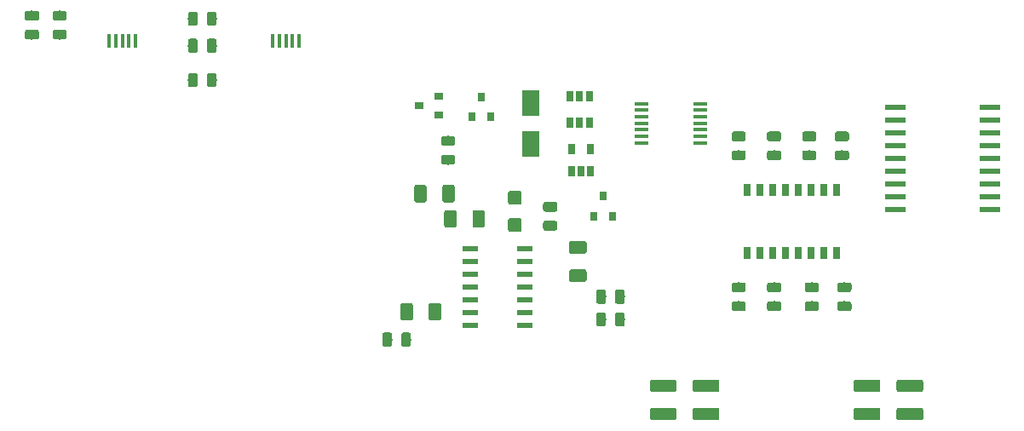
<source format=gbr>
G04 #@! TF.GenerationSoftware,KiCad,Pcbnew,5.0.0-fee4fd1~66~ubuntu16.04.1*
G04 #@! TF.CreationDate,2018-10-18T17:18:02+05:30*
G04 #@! TF.ProjectId,sanjaya,73616E6A6179612E6B696361645F7063,rev?*
G04 #@! TF.SameCoordinates,Original*
G04 #@! TF.FileFunction,Paste,Top*
G04 #@! TF.FilePolarity,Positive*
%FSLAX46Y46*%
G04 Gerber Fmt 4.6, Leading zero omitted, Abs format (unit mm)*
G04 Created by KiCad (PCBNEW 5.0.0-fee4fd1~66~ubuntu16.04.1) date Thu Oct 18 17:18:02 2018*
%MOMM*%
%LPD*%
G01*
G04 APERTURE LIST*
%ADD10R,0.400000X1.350000*%
%ADD11C,0.100000*%
%ADD12C,0.975000*%
%ADD13C,1.350000*%
%ADD14R,0.800000X0.900000*%
%ADD15R,1.800000X2.500000*%
%ADD16R,0.900000X0.800000*%
%ADD17R,0.700000X1.000000*%
%ADD18C,1.250000*%
%ADD19R,1.450000X0.450000*%
%ADD20R,0.650000X1.060000*%
%ADD21R,2.000000X0.600000*%
%ADD22R,0.800000X1.300000*%
%ADD23R,1.500000X0.600000*%
G04 APERTURE END LIST*
D10*
G04 #@! TO.C,J11*
X100700000Y-88850000D03*
X101350000Y-88850000D03*
X102000000Y-88850000D03*
X102650000Y-88850000D03*
X103300000Y-88850000D03*
G04 #@! TD*
D11*
G04 #@! TO.C,R6*
G36*
X133580142Y-115801174D02*
X133603803Y-115804684D01*
X133627007Y-115810496D01*
X133649529Y-115818554D01*
X133671153Y-115828782D01*
X133691670Y-115841079D01*
X133710883Y-115855329D01*
X133728607Y-115871393D01*
X133744671Y-115889117D01*
X133758921Y-115908330D01*
X133771218Y-115928847D01*
X133781446Y-115950471D01*
X133789504Y-115972993D01*
X133795316Y-115996197D01*
X133798826Y-116019858D01*
X133800000Y-116043750D01*
X133800000Y-116956250D01*
X133798826Y-116980142D01*
X133795316Y-117003803D01*
X133789504Y-117027007D01*
X133781446Y-117049529D01*
X133771218Y-117071153D01*
X133758921Y-117091670D01*
X133744671Y-117110883D01*
X133728607Y-117128607D01*
X133710883Y-117144671D01*
X133691670Y-117158921D01*
X133671153Y-117171218D01*
X133649529Y-117181446D01*
X133627007Y-117189504D01*
X133603803Y-117195316D01*
X133580142Y-117198826D01*
X133556250Y-117200000D01*
X133068750Y-117200000D01*
X133044858Y-117198826D01*
X133021197Y-117195316D01*
X132997993Y-117189504D01*
X132975471Y-117181446D01*
X132953847Y-117171218D01*
X132933330Y-117158921D01*
X132914117Y-117144671D01*
X132896393Y-117128607D01*
X132880329Y-117110883D01*
X132866079Y-117091670D01*
X132853782Y-117071153D01*
X132843554Y-117049529D01*
X132835496Y-117027007D01*
X132829684Y-117003803D01*
X132826174Y-116980142D01*
X132825000Y-116956250D01*
X132825000Y-116043750D01*
X132826174Y-116019858D01*
X132829684Y-115996197D01*
X132835496Y-115972993D01*
X132843554Y-115950471D01*
X132853782Y-115928847D01*
X132866079Y-115908330D01*
X132880329Y-115889117D01*
X132896393Y-115871393D01*
X132914117Y-115855329D01*
X132933330Y-115841079D01*
X132953847Y-115828782D01*
X132975471Y-115818554D01*
X132997993Y-115810496D01*
X133021197Y-115804684D01*
X133044858Y-115801174D01*
X133068750Y-115800000D01*
X133556250Y-115800000D01*
X133580142Y-115801174D01*
X133580142Y-115801174D01*
G37*
D12*
X133312500Y-116500000D03*
D11*
G36*
X135455142Y-115801174D02*
X135478803Y-115804684D01*
X135502007Y-115810496D01*
X135524529Y-115818554D01*
X135546153Y-115828782D01*
X135566670Y-115841079D01*
X135585883Y-115855329D01*
X135603607Y-115871393D01*
X135619671Y-115889117D01*
X135633921Y-115908330D01*
X135646218Y-115928847D01*
X135656446Y-115950471D01*
X135664504Y-115972993D01*
X135670316Y-115996197D01*
X135673826Y-116019858D01*
X135675000Y-116043750D01*
X135675000Y-116956250D01*
X135673826Y-116980142D01*
X135670316Y-117003803D01*
X135664504Y-117027007D01*
X135656446Y-117049529D01*
X135646218Y-117071153D01*
X135633921Y-117091670D01*
X135619671Y-117110883D01*
X135603607Y-117128607D01*
X135585883Y-117144671D01*
X135566670Y-117158921D01*
X135546153Y-117171218D01*
X135524529Y-117181446D01*
X135502007Y-117189504D01*
X135478803Y-117195316D01*
X135455142Y-117198826D01*
X135431250Y-117200000D01*
X134943750Y-117200000D01*
X134919858Y-117198826D01*
X134896197Y-117195316D01*
X134872993Y-117189504D01*
X134850471Y-117181446D01*
X134828847Y-117171218D01*
X134808330Y-117158921D01*
X134789117Y-117144671D01*
X134771393Y-117128607D01*
X134755329Y-117110883D01*
X134741079Y-117091670D01*
X134728782Y-117071153D01*
X134718554Y-117049529D01*
X134710496Y-117027007D01*
X134704684Y-117003803D01*
X134701174Y-116980142D01*
X134700000Y-116956250D01*
X134700000Y-116043750D01*
X134701174Y-116019858D01*
X134704684Y-115996197D01*
X134710496Y-115972993D01*
X134718554Y-115950471D01*
X134728782Y-115928847D01*
X134741079Y-115908330D01*
X134755329Y-115889117D01*
X134771393Y-115871393D01*
X134789117Y-115855329D01*
X134808330Y-115841079D01*
X134828847Y-115828782D01*
X134850471Y-115818554D01*
X134872993Y-115810496D01*
X134896197Y-115804684D01*
X134919858Y-115801174D01*
X134943750Y-115800000D01*
X135431250Y-115800000D01*
X135455142Y-115801174D01*
X135455142Y-115801174D01*
G37*
D12*
X135187500Y-116500000D03*
G04 #@! TD*
D11*
G04 #@! TO.C,R20*
G36*
X135455142Y-113551174D02*
X135478803Y-113554684D01*
X135502007Y-113560496D01*
X135524529Y-113568554D01*
X135546153Y-113578782D01*
X135566670Y-113591079D01*
X135585883Y-113605329D01*
X135603607Y-113621393D01*
X135619671Y-113639117D01*
X135633921Y-113658330D01*
X135646218Y-113678847D01*
X135656446Y-113700471D01*
X135664504Y-113722993D01*
X135670316Y-113746197D01*
X135673826Y-113769858D01*
X135675000Y-113793750D01*
X135675000Y-114706250D01*
X135673826Y-114730142D01*
X135670316Y-114753803D01*
X135664504Y-114777007D01*
X135656446Y-114799529D01*
X135646218Y-114821153D01*
X135633921Y-114841670D01*
X135619671Y-114860883D01*
X135603607Y-114878607D01*
X135585883Y-114894671D01*
X135566670Y-114908921D01*
X135546153Y-114921218D01*
X135524529Y-114931446D01*
X135502007Y-114939504D01*
X135478803Y-114945316D01*
X135455142Y-114948826D01*
X135431250Y-114950000D01*
X134943750Y-114950000D01*
X134919858Y-114948826D01*
X134896197Y-114945316D01*
X134872993Y-114939504D01*
X134850471Y-114931446D01*
X134828847Y-114921218D01*
X134808330Y-114908921D01*
X134789117Y-114894671D01*
X134771393Y-114878607D01*
X134755329Y-114860883D01*
X134741079Y-114841670D01*
X134728782Y-114821153D01*
X134718554Y-114799529D01*
X134710496Y-114777007D01*
X134704684Y-114753803D01*
X134701174Y-114730142D01*
X134700000Y-114706250D01*
X134700000Y-113793750D01*
X134701174Y-113769858D01*
X134704684Y-113746197D01*
X134710496Y-113722993D01*
X134718554Y-113700471D01*
X134728782Y-113678847D01*
X134741079Y-113658330D01*
X134755329Y-113639117D01*
X134771393Y-113621393D01*
X134789117Y-113605329D01*
X134808330Y-113591079D01*
X134828847Y-113578782D01*
X134850471Y-113568554D01*
X134872993Y-113560496D01*
X134896197Y-113554684D01*
X134919858Y-113551174D01*
X134943750Y-113550000D01*
X135431250Y-113550000D01*
X135455142Y-113551174D01*
X135455142Y-113551174D01*
G37*
D12*
X135187500Y-114250000D03*
D11*
G36*
X133580142Y-113551174D02*
X133603803Y-113554684D01*
X133627007Y-113560496D01*
X133649529Y-113568554D01*
X133671153Y-113578782D01*
X133691670Y-113591079D01*
X133710883Y-113605329D01*
X133728607Y-113621393D01*
X133744671Y-113639117D01*
X133758921Y-113658330D01*
X133771218Y-113678847D01*
X133781446Y-113700471D01*
X133789504Y-113722993D01*
X133795316Y-113746197D01*
X133798826Y-113769858D01*
X133800000Y-113793750D01*
X133800000Y-114706250D01*
X133798826Y-114730142D01*
X133795316Y-114753803D01*
X133789504Y-114777007D01*
X133781446Y-114799529D01*
X133771218Y-114821153D01*
X133758921Y-114841670D01*
X133744671Y-114860883D01*
X133728607Y-114878607D01*
X133710883Y-114894671D01*
X133691670Y-114908921D01*
X133671153Y-114921218D01*
X133649529Y-114931446D01*
X133627007Y-114939504D01*
X133603803Y-114945316D01*
X133580142Y-114948826D01*
X133556250Y-114950000D01*
X133068750Y-114950000D01*
X133044858Y-114948826D01*
X133021197Y-114945316D01*
X132997993Y-114939504D01*
X132975471Y-114931446D01*
X132953847Y-114921218D01*
X132933330Y-114908921D01*
X132914117Y-114894671D01*
X132896393Y-114878607D01*
X132880329Y-114860883D01*
X132866079Y-114841670D01*
X132853782Y-114821153D01*
X132843554Y-114799529D01*
X132835496Y-114777007D01*
X132829684Y-114753803D01*
X132826174Y-114730142D01*
X132825000Y-114706250D01*
X132825000Y-113793750D01*
X132826174Y-113769858D01*
X132829684Y-113746197D01*
X132835496Y-113722993D01*
X132843554Y-113700471D01*
X132853782Y-113678847D01*
X132866079Y-113658330D01*
X132880329Y-113639117D01*
X132896393Y-113621393D01*
X132914117Y-113605329D01*
X132933330Y-113591079D01*
X132953847Y-113578782D01*
X132975471Y-113568554D01*
X132997993Y-113560496D01*
X133021197Y-113554684D01*
X133044858Y-113551174D01*
X133068750Y-113550000D01*
X133556250Y-113550000D01*
X133580142Y-113551174D01*
X133580142Y-113551174D01*
G37*
D12*
X133312500Y-114250000D03*
G04 #@! TD*
D11*
G04 #@! TO.C,C1*
G36*
X125199505Y-103701204D02*
X125223773Y-103704804D01*
X125247572Y-103710765D01*
X125270671Y-103719030D01*
X125292850Y-103729520D01*
X125313893Y-103742132D01*
X125333599Y-103756747D01*
X125351777Y-103773223D01*
X125368253Y-103791401D01*
X125382868Y-103811107D01*
X125395480Y-103832150D01*
X125405970Y-103854329D01*
X125414235Y-103877428D01*
X125420196Y-103901227D01*
X125423796Y-103925495D01*
X125425000Y-103949999D01*
X125425000Y-104850001D01*
X125423796Y-104874505D01*
X125420196Y-104898773D01*
X125414235Y-104922572D01*
X125405970Y-104945671D01*
X125395480Y-104967850D01*
X125382868Y-104988893D01*
X125368253Y-105008599D01*
X125351777Y-105026777D01*
X125333599Y-105043253D01*
X125313893Y-105057868D01*
X125292850Y-105070480D01*
X125270671Y-105080970D01*
X125247572Y-105089235D01*
X125223773Y-105095196D01*
X125199505Y-105098796D01*
X125175001Y-105100000D01*
X124324999Y-105100000D01*
X124300495Y-105098796D01*
X124276227Y-105095196D01*
X124252428Y-105089235D01*
X124229329Y-105080970D01*
X124207150Y-105070480D01*
X124186107Y-105057868D01*
X124166401Y-105043253D01*
X124148223Y-105026777D01*
X124131747Y-105008599D01*
X124117132Y-104988893D01*
X124104520Y-104967850D01*
X124094030Y-104945671D01*
X124085765Y-104922572D01*
X124079804Y-104898773D01*
X124076204Y-104874505D01*
X124075000Y-104850001D01*
X124075000Y-103949999D01*
X124076204Y-103925495D01*
X124079804Y-103901227D01*
X124085765Y-103877428D01*
X124094030Y-103854329D01*
X124104520Y-103832150D01*
X124117132Y-103811107D01*
X124131747Y-103791401D01*
X124148223Y-103773223D01*
X124166401Y-103756747D01*
X124186107Y-103742132D01*
X124207150Y-103729520D01*
X124229329Y-103719030D01*
X124252428Y-103710765D01*
X124276227Y-103704804D01*
X124300495Y-103701204D01*
X124324999Y-103700000D01*
X125175001Y-103700000D01*
X125199505Y-103701204D01*
X125199505Y-103701204D01*
G37*
D13*
X124750000Y-104400000D03*
D11*
G36*
X125199505Y-106401204D02*
X125223773Y-106404804D01*
X125247572Y-106410765D01*
X125270671Y-106419030D01*
X125292850Y-106429520D01*
X125313893Y-106442132D01*
X125333599Y-106456747D01*
X125351777Y-106473223D01*
X125368253Y-106491401D01*
X125382868Y-106511107D01*
X125395480Y-106532150D01*
X125405970Y-106554329D01*
X125414235Y-106577428D01*
X125420196Y-106601227D01*
X125423796Y-106625495D01*
X125425000Y-106649999D01*
X125425000Y-107550001D01*
X125423796Y-107574505D01*
X125420196Y-107598773D01*
X125414235Y-107622572D01*
X125405970Y-107645671D01*
X125395480Y-107667850D01*
X125382868Y-107688893D01*
X125368253Y-107708599D01*
X125351777Y-107726777D01*
X125333599Y-107743253D01*
X125313893Y-107757868D01*
X125292850Y-107770480D01*
X125270671Y-107780970D01*
X125247572Y-107789235D01*
X125223773Y-107795196D01*
X125199505Y-107798796D01*
X125175001Y-107800000D01*
X124324999Y-107800000D01*
X124300495Y-107798796D01*
X124276227Y-107795196D01*
X124252428Y-107789235D01*
X124229329Y-107780970D01*
X124207150Y-107770480D01*
X124186107Y-107757868D01*
X124166401Y-107743253D01*
X124148223Y-107726777D01*
X124131747Y-107708599D01*
X124117132Y-107688893D01*
X124104520Y-107667850D01*
X124094030Y-107645671D01*
X124085765Y-107622572D01*
X124079804Y-107598773D01*
X124076204Y-107574505D01*
X124075000Y-107550001D01*
X124075000Y-106649999D01*
X124076204Y-106625495D01*
X124079804Y-106601227D01*
X124085765Y-106577428D01*
X124094030Y-106554329D01*
X124104520Y-106532150D01*
X124117132Y-106511107D01*
X124131747Y-106491401D01*
X124148223Y-106473223D01*
X124166401Y-106456747D01*
X124186107Y-106442132D01*
X124207150Y-106429520D01*
X124229329Y-106419030D01*
X124252428Y-106410765D01*
X124276227Y-106404804D01*
X124300495Y-106401204D01*
X124324999Y-106400000D01*
X125175001Y-106400000D01*
X125199505Y-106401204D01*
X125199505Y-106401204D01*
G37*
D13*
X124750000Y-107100000D03*
G04 #@! TD*
D11*
G04 #@! TO.C,C2*
G36*
X128730142Y-104826174D02*
X128753803Y-104829684D01*
X128777007Y-104835496D01*
X128799529Y-104843554D01*
X128821153Y-104853782D01*
X128841670Y-104866079D01*
X128860883Y-104880329D01*
X128878607Y-104896393D01*
X128894671Y-104914117D01*
X128908921Y-104933330D01*
X128921218Y-104953847D01*
X128931446Y-104975471D01*
X128939504Y-104997993D01*
X128945316Y-105021197D01*
X128948826Y-105044858D01*
X128950000Y-105068750D01*
X128950000Y-105556250D01*
X128948826Y-105580142D01*
X128945316Y-105603803D01*
X128939504Y-105627007D01*
X128931446Y-105649529D01*
X128921218Y-105671153D01*
X128908921Y-105691670D01*
X128894671Y-105710883D01*
X128878607Y-105728607D01*
X128860883Y-105744671D01*
X128841670Y-105758921D01*
X128821153Y-105771218D01*
X128799529Y-105781446D01*
X128777007Y-105789504D01*
X128753803Y-105795316D01*
X128730142Y-105798826D01*
X128706250Y-105800000D01*
X127793750Y-105800000D01*
X127769858Y-105798826D01*
X127746197Y-105795316D01*
X127722993Y-105789504D01*
X127700471Y-105781446D01*
X127678847Y-105771218D01*
X127658330Y-105758921D01*
X127639117Y-105744671D01*
X127621393Y-105728607D01*
X127605329Y-105710883D01*
X127591079Y-105691670D01*
X127578782Y-105671153D01*
X127568554Y-105649529D01*
X127560496Y-105627007D01*
X127554684Y-105603803D01*
X127551174Y-105580142D01*
X127550000Y-105556250D01*
X127550000Y-105068750D01*
X127551174Y-105044858D01*
X127554684Y-105021197D01*
X127560496Y-104997993D01*
X127568554Y-104975471D01*
X127578782Y-104953847D01*
X127591079Y-104933330D01*
X127605329Y-104914117D01*
X127621393Y-104896393D01*
X127639117Y-104880329D01*
X127658330Y-104866079D01*
X127678847Y-104853782D01*
X127700471Y-104843554D01*
X127722993Y-104835496D01*
X127746197Y-104829684D01*
X127769858Y-104826174D01*
X127793750Y-104825000D01*
X128706250Y-104825000D01*
X128730142Y-104826174D01*
X128730142Y-104826174D01*
G37*
D12*
X128250000Y-105312500D03*
D11*
G36*
X128730142Y-106701174D02*
X128753803Y-106704684D01*
X128777007Y-106710496D01*
X128799529Y-106718554D01*
X128821153Y-106728782D01*
X128841670Y-106741079D01*
X128860883Y-106755329D01*
X128878607Y-106771393D01*
X128894671Y-106789117D01*
X128908921Y-106808330D01*
X128921218Y-106828847D01*
X128931446Y-106850471D01*
X128939504Y-106872993D01*
X128945316Y-106896197D01*
X128948826Y-106919858D01*
X128950000Y-106943750D01*
X128950000Y-107431250D01*
X128948826Y-107455142D01*
X128945316Y-107478803D01*
X128939504Y-107502007D01*
X128931446Y-107524529D01*
X128921218Y-107546153D01*
X128908921Y-107566670D01*
X128894671Y-107585883D01*
X128878607Y-107603607D01*
X128860883Y-107619671D01*
X128841670Y-107633921D01*
X128821153Y-107646218D01*
X128799529Y-107656446D01*
X128777007Y-107664504D01*
X128753803Y-107670316D01*
X128730142Y-107673826D01*
X128706250Y-107675000D01*
X127793750Y-107675000D01*
X127769858Y-107673826D01*
X127746197Y-107670316D01*
X127722993Y-107664504D01*
X127700471Y-107656446D01*
X127678847Y-107646218D01*
X127658330Y-107633921D01*
X127639117Y-107619671D01*
X127621393Y-107603607D01*
X127605329Y-107585883D01*
X127591079Y-107566670D01*
X127578782Y-107546153D01*
X127568554Y-107524529D01*
X127560496Y-107502007D01*
X127554684Y-107478803D01*
X127551174Y-107455142D01*
X127550000Y-107431250D01*
X127550000Y-106943750D01*
X127551174Y-106919858D01*
X127554684Y-106896197D01*
X127560496Y-106872993D01*
X127568554Y-106850471D01*
X127578782Y-106828847D01*
X127591079Y-106808330D01*
X127605329Y-106789117D01*
X127621393Y-106771393D01*
X127639117Y-106755329D01*
X127658330Y-106741079D01*
X127678847Y-106728782D01*
X127700471Y-106718554D01*
X127722993Y-106710496D01*
X127746197Y-106704684D01*
X127769858Y-106701174D01*
X127793750Y-106700000D01*
X128706250Y-106700000D01*
X128730142Y-106701174D01*
X128730142Y-106701174D01*
G37*
D12*
X128250000Y-107187500D03*
G04 #@! TD*
D14*
G04 #@! TO.C,D1*
X121412000Y-94377000D03*
X122362000Y-96377000D03*
X120462000Y-96377000D03*
G04 #@! TD*
D15*
G04 #@! TO.C,D2*
X126365000Y-95028000D03*
X126365000Y-99028000D03*
G04 #@! TD*
D11*
G04 #@! TO.C,J8*
G36*
X94886142Y-92020174D02*
X94909803Y-92023684D01*
X94933007Y-92029496D01*
X94955529Y-92037554D01*
X94977153Y-92047782D01*
X94997670Y-92060079D01*
X95016883Y-92074329D01*
X95034607Y-92090393D01*
X95050671Y-92108117D01*
X95064921Y-92127330D01*
X95077218Y-92147847D01*
X95087446Y-92169471D01*
X95095504Y-92191993D01*
X95101316Y-92215197D01*
X95104826Y-92238858D01*
X95106000Y-92262750D01*
X95106000Y-93175250D01*
X95104826Y-93199142D01*
X95101316Y-93222803D01*
X95095504Y-93246007D01*
X95087446Y-93268529D01*
X95077218Y-93290153D01*
X95064921Y-93310670D01*
X95050671Y-93329883D01*
X95034607Y-93347607D01*
X95016883Y-93363671D01*
X94997670Y-93377921D01*
X94977153Y-93390218D01*
X94955529Y-93400446D01*
X94933007Y-93408504D01*
X94909803Y-93414316D01*
X94886142Y-93417826D01*
X94862250Y-93419000D01*
X94374750Y-93419000D01*
X94350858Y-93417826D01*
X94327197Y-93414316D01*
X94303993Y-93408504D01*
X94281471Y-93400446D01*
X94259847Y-93390218D01*
X94239330Y-93377921D01*
X94220117Y-93363671D01*
X94202393Y-93347607D01*
X94186329Y-93329883D01*
X94172079Y-93310670D01*
X94159782Y-93290153D01*
X94149554Y-93268529D01*
X94141496Y-93246007D01*
X94135684Y-93222803D01*
X94132174Y-93199142D01*
X94131000Y-93175250D01*
X94131000Y-92262750D01*
X94132174Y-92238858D01*
X94135684Y-92215197D01*
X94141496Y-92191993D01*
X94149554Y-92169471D01*
X94159782Y-92147847D01*
X94172079Y-92127330D01*
X94186329Y-92108117D01*
X94202393Y-92090393D01*
X94220117Y-92074329D01*
X94239330Y-92060079D01*
X94259847Y-92047782D01*
X94281471Y-92037554D01*
X94303993Y-92029496D01*
X94327197Y-92023684D01*
X94350858Y-92020174D01*
X94374750Y-92019000D01*
X94862250Y-92019000D01*
X94886142Y-92020174D01*
X94886142Y-92020174D01*
G37*
D12*
X94618500Y-92719000D03*
D11*
G36*
X93011142Y-92020174D02*
X93034803Y-92023684D01*
X93058007Y-92029496D01*
X93080529Y-92037554D01*
X93102153Y-92047782D01*
X93122670Y-92060079D01*
X93141883Y-92074329D01*
X93159607Y-92090393D01*
X93175671Y-92108117D01*
X93189921Y-92127330D01*
X93202218Y-92147847D01*
X93212446Y-92169471D01*
X93220504Y-92191993D01*
X93226316Y-92215197D01*
X93229826Y-92238858D01*
X93231000Y-92262750D01*
X93231000Y-93175250D01*
X93229826Y-93199142D01*
X93226316Y-93222803D01*
X93220504Y-93246007D01*
X93212446Y-93268529D01*
X93202218Y-93290153D01*
X93189921Y-93310670D01*
X93175671Y-93329883D01*
X93159607Y-93347607D01*
X93141883Y-93363671D01*
X93122670Y-93377921D01*
X93102153Y-93390218D01*
X93080529Y-93400446D01*
X93058007Y-93408504D01*
X93034803Y-93414316D01*
X93011142Y-93417826D01*
X92987250Y-93419000D01*
X92499750Y-93419000D01*
X92475858Y-93417826D01*
X92452197Y-93414316D01*
X92428993Y-93408504D01*
X92406471Y-93400446D01*
X92384847Y-93390218D01*
X92364330Y-93377921D01*
X92345117Y-93363671D01*
X92327393Y-93347607D01*
X92311329Y-93329883D01*
X92297079Y-93310670D01*
X92284782Y-93290153D01*
X92274554Y-93268529D01*
X92266496Y-93246007D01*
X92260684Y-93222803D01*
X92257174Y-93199142D01*
X92256000Y-93175250D01*
X92256000Y-92262750D01*
X92257174Y-92238858D01*
X92260684Y-92215197D01*
X92266496Y-92191993D01*
X92274554Y-92169471D01*
X92284782Y-92147847D01*
X92297079Y-92127330D01*
X92311329Y-92108117D01*
X92327393Y-92090393D01*
X92345117Y-92074329D01*
X92364330Y-92060079D01*
X92384847Y-92047782D01*
X92406471Y-92037554D01*
X92428993Y-92029496D01*
X92452197Y-92023684D01*
X92475858Y-92020174D01*
X92499750Y-92019000D01*
X92987250Y-92019000D01*
X93011142Y-92020174D01*
X93011142Y-92020174D01*
G37*
D12*
X92743500Y-92719000D03*
G04 #@! TD*
D11*
G04 #@! TO.C,J10*
G36*
X93011142Y-85924174D02*
X93034803Y-85927684D01*
X93058007Y-85933496D01*
X93080529Y-85941554D01*
X93102153Y-85951782D01*
X93122670Y-85964079D01*
X93141883Y-85978329D01*
X93159607Y-85994393D01*
X93175671Y-86012117D01*
X93189921Y-86031330D01*
X93202218Y-86051847D01*
X93212446Y-86073471D01*
X93220504Y-86095993D01*
X93226316Y-86119197D01*
X93229826Y-86142858D01*
X93231000Y-86166750D01*
X93231000Y-87079250D01*
X93229826Y-87103142D01*
X93226316Y-87126803D01*
X93220504Y-87150007D01*
X93212446Y-87172529D01*
X93202218Y-87194153D01*
X93189921Y-87214670D01*
X93175671Y-87233883D01*
X93159607Y-87251607D01*
X93141883Y-87267671D01*
X93122670Y-87281921D01*
X93102153Y-87294218D01*
X93080529Y-87304446D01*
X93058007Y-87312504D01*
X93034803Y-87318316D01*
X93011142Y-87321826D01*
X92987250Y-87323000D01*
X92499750Y-87323000D01*
X92475858Y-87321826D01*
X92452197Y-87318316D01*
X92428993Y-87312504D01*
X92406471Y-87304446D01*
X92384847Y-87294218D01*
X92364330Y-87281921D01*
X92345117Y-87267671D01*
X92327393Y-87251607D01*
X92311329Y-87233883D01*
X92297079Y-87214670D01*
X92284782Y-87194153D01*
X92274554Y-87172529D01*
X92266496Y-87150007D01*
X92260684Y-87126803D01*
X92257174Y-87103142D01*
X92256000Y-87079250D01*
X92256000Y-86166750D01*
X92257174Y-86142858D01*
X92260684Y-86119197D01*
X92266496Y-86095993D01*
X92274554Y-86073471D01*
X92284782Y-86051847D01*
X92297079Y-86031330D01*
X92311329Y-86012117D01*
X92327393Y-85994393D01*
X92345117Y-85978329D01*
X92364330Y-85964079D01*
X92384847Y-85951782D01*
X92406471Y-85941554D01*
X92428993Y-85933496D01*
X92452197Y-85927684D01*
X92475858Y-85924174D01*
X92499750Y-85923000D01*
X92987250Y-85923000D01*
X93011142Y-85924174D01*
X93011142Y-85924174D01*
G37*
D12*
X92743500Y-86623000D03*
D11*
G36*
X94886142Y-85924174D02*
X94909803Y-85927684D01*
X94933007Y-85933496D01*
X94955529Y-85941554D01*
X94977153Y-85951782D01*
X94997670Y-85964079D01*
X95016883Y-85978329D01*
X95034607Y-85994393D01*
X95050671Y-86012117D01*
X95064921Y-86031330D01*
X95077218Y-86051847D01*
X95087446Y-86073471D01*
X95095504Y-86095993D01*
X95101316Y-86119197D01*
X95104826Y-86142858D01*
X95106000Y-86166750D01*
X95106000Y-87079250D01*
X95104826Y-87103142D01*
X95101316Y-87126803D01*
X95095504Y-87150007D01*
X95087446Y-87172529D01*
X95077218Y-87194153D01*
X95064921Y-87214670D01*
X95050671Y-87233883D01*
X95034607Y-87251607D01*
X95016883Y-87267671D01*
X94997670Y-87281921D01*
X94977153Y-87294218D01*
X94955529Y-87304446D01*
X94933007Y-87312504D01*
X94909803Y-87318316D01*
X94886142Y-87321826D01*
X94862250Y-87323000D01*
X94374750Y-87323000D01*
X94350858Y-87321826D01*
X94327197Y-87318316D01*
X94303993Y-87312504D01*
X94281471Y-87304446D01*
X94259847Y-87294218D01*
X94239330Y-87281921D01*
X94220117Y-87267671D01*
X94202393Y-87251607D01*
X94186329Y-87233883D01*
X94172079Y-87214670D01*
X94159782Y-87194153D01*
X94149554Y-87172529D01*
X94141496Y-87150007D01*
X94135684Y-87126803D01*
X94132174Y-87103142D01*
X94131000Y-87079250D01*
X94131000Y-86166750D01*
X94132174Y-86142858D01*
X94135684Y-86119197D01*
X94141496Y-86095993D01*
X94149554Y-86073471D01*
X94159782Y-86051847D01*
X94172079Y-86031330D01*
X94186329Y-86012117D01*
X94202393Y-85994393D01*
X94220117Y-85978329D01*
X94239330Y-85964079D01*
X94259847Y-85951782D01*
X94281471Y-85941554D01*
X94303993Y-85933496D01*
X94327197Y-85927684D01*
X94350858Y-85924174D01*
X94374750Y-85923000D01*
X94862250Y-85923000D01*
X94886142Y-85924174D01*
X94886142Y-85924174D01*
G37*
D12*
X94618500Y-86623000D03*
G04 #@! TD*
D16*
G04 #@! TO.C,Q1*
X115205000Y-95250000D03*
X117205000Y-94300000D03*
X117205000Y-96200000D03*
G04 #@! TD*
D17*
G04 #@! TO.C,Q2*
X130241000Y-96931000D03*
X131191000Y-96931000D03*
X132141000Y-96931000D03*
X132141000Y-94331000D03*
X130241000Y-94331000D03*
X131191000Y-94331000D03*
G04 #@! TD*
D11*
G04 #@! TO.C,R1*
G36*
X114399504Y-114876204D02*
X114423773Y-114879804D01*
X114447571Y-114885765D01*
X114470671Y-114894030D01*
X114492849Y-114904520D01*
X114513893Y-114917133D01*
X114533598Y-114931747D01*
X114551777Y-114948223D01*
X114568253Y-114966402D01*
X114582867Y-114986107D01*
X114595480Y-115007151D01*
X114605970Y-115029329D01*
X114614235Y-115052429D01*
X114620196Y-115076227D01*
X114623796Y-115100496D01*
X114625000Y-115125000D01*
X114625000Y-116375000D01*
X114623796Y-116399504D01*
X114620196Y-116423773D01*
X114614235Y-116447571D01*
X114605970Y-116470671D01*
X114595480Y-116492849D01*
X114582867Y-116513893D01*
X114568253Y-116533598D01*
X114551777Y-116551777D01*
X114533598Y-116568253D01*
X114513893Y-116582867D01*
X114492849Y-116595480D01*
X114470671Y-116605970D01*
X114447571Y-116614235D01*
X114423773Y-116620196D01*
X114399504Y-116623796D01*
X114375000Y-116625000D01*
X113625000Y-116625000D01*
X113600496Y-116623796D01*
X113576227Y-116620196D01*
X113552429Y-116614235D01*
X113529329Y-116605970D01*
X113507151Y-116595480D01*
X113486107Y-116582867D01*
X113466402Y-116568253D01*
X113448223Y-116551777D01*
X113431747Y-116533598D01*
X113417133Y-116513893D01*
X113404520Y-116492849D01*
X113394030Y-116470671D01*
X113385765Y-116447571D01*
X113379804Y-116423773D01*
X113376204Y-116399504D01*
X113375000Y-116375000D01*
X113375000Y-115125000D01*
X113376204Y-115100496D01*
X113379804Y-115076227D01*
X113385765Y-115052429D01*
X113394030Y-115029329D01*
X113404520Y-115007151D01*
X113417133Y-114986107D01*
X113431747Y-114966402D01*
X113448223Y-114948223D01*
X113466402Y-114931747D01*
X113486107Y-114917133D01*
X113507151Y-114904520D01*
X113529329Y-114894030D01*
X113552429Y-114885765D01*
X113576227Y-114879804D01*
X113600496Y-114876204D01*
X113625000Y-114875000D01*
X114375000Y-114875000D01*
X114399504Y-114876204D01*
X114399504Y-114876204D01*
G37*
D18*
X114000000Y-115750000D03*
D11*
G36*
X117199504Y-114876204D02*
X117223773Y-114879804D01*
X117247571Y-114885765D01*
X117270671Y-114894030D01*
X117292849Y-114904520D01*
X117313893Y-114917133D01*
X117333598Y-114931747D01*
X117351777Y-114948223D01*
X117368253Y-114966402D01*
X117382867Y-114986107D01*
X117395480Y-115007151D01*
X117405970Y-115029329D01*
X117414235Y-115052429D01*
X117420196Y-115076227D01*
X117423796Y-115100496D01*
X117425000Y-115125000D01*
X117425000Y-116375000D01*
X117423796Y-116399504D01*
X117420196Y-116423773D01*
X117414235Y-116447571D01*
X117405970Y-116470671D01*
X117395480Y-116492849D01*
X117382867Y-116513893D01*
X117368253Y-116533598D01*
X117351777Y-116551777D01*
X117333598Y-116568253D01*
X117313893Y-116582867D01*
X117292849Y-116595480D01*
X117270671Y-116605970D01*
X117247571Y-116614235D01*
X117223773Y-116620196D01*
X117199504Y-116623796D01*
X117175000Y-116625000D01*
X116425000Y-116625000D01*
X116400496Y-116623796D01*
X116376227Y-116620196D01*
X116352429Y-116614235D01*
X116329329Y-116605970D01*
X116307151Y-116595480D01*
X116286107Y-116582867D01*
X116266402Y-116568253D01*
X116248223Y-116551777D01*
X116231747Y-116533598D01*
X116217133Y-116513893D01*
X116204520Y-116492849D01*
X116194030Y-116470671D01*
X116185765Y-116447571D01*
X116179804Y-116423773D01*
X116176204Y-116399504D01*
X116175000Y-116375000D01*
X116175000Y-115125000D01*
X116176204Y-115100496D01*
X116179804Y-115076227D01*
X116185765Y-115052429D01*
X116194030Y-115029329D01*
X116204520Y-115007151D01*
X116217133Y-114986107D01*
X116231747Y-114966402D01*
X116248223Y-114948223D01*
X116266402Y-114931747D01*
X116286107Y-114917133D01*
X116307151Y-114904520D01*
X116329329Y-114894030D01*
X116352429Y-114885765D01*
X116376227Y-114879804D01*
X116400496Y-114876204D01*
X116425000Y-114875000D01*
X117175000Y-114875000D01*
X117199504Y-114876204D01*
X117199504Y-114876204D01*
G37*
D18*
X116800000Y-115750000D03*
G04 #@! TD*
D11*
G04 #@! TO.C,R2*
G36*
X118590142Y-100146174D02*
X118613803Y-100149684D01*
X118637007Y-100155496D01*
X118659529Y-100163554D01*
X118681153Y-100173782D01*
X118701670Y-100186079D01*
X118720883Y-100200329D01*
X118738607Y-100216393D01*
X118754671Y-100234117D01*
X118768921Y-100253330D01*
X118781218Y-100273847D01*
X118791446Y-100295471D01*
X118799504Y-100317993D01*
X118805316Y-100341197D01*
X118808826Y-100364858D01*
X118810000Y-100388750D01*
X118810000Y-100876250D01*
X118808826Y-100900142D01*
X118805316Y-100923803D01*
X118799504Y-100947007D01*
X118791446Y-100969529D01*
X118781218Y-100991153D01*
X118768921Y-101011670D01*
X118754671Y-101030883D01*
X118738607Y-101048607D01*
X118720883Y-101064671D01*
X118701670Y-101078921D01*
X118681153Y-101091218D01*
X118659529Y-101101446D01*
X118637007Y-101109504D01*
X118613803Y-101115316D01*
X118590142Y-101118826D01*
X118566250Y-101120000D01*
X117653750Y-101120000D01*
X117629858Y-101118826D01*
X117606197Y-101115316D01*
X117582993Y-101109504D01*
X117560471Y-101101446D01*
X117538847Y-101091218D01*
X117518330Y-101078921D01*
X117499117Y-101064671D01*
X117481393Y-101048607D01*
X117465329Y-101030883D01*
X117451079Y-101011670D01*
X117438782Y-100991153D01*
X117428554Y-100969529D01*
X117420496Y-100947007D01*
X117414684Y-100923803D01*
X117411174Y-100900142D01*
X117410000Y-100876250D01*
X117410000Y-100388750D01*
X117411174Y-100364858D01*
X117414684Y-100341197D01*
X117420496Y-100317993D01*
X117428554Y-100295471D01*
X117438782Y-100273847D01*
X117451079Y-100253330D01*
X117465329Y-100234117D01*
X117481393Y-100216393D01*
X117499117Y-100200329D01*
X117518330Y-100186079D01*
X117538847Y-100173782D01*
X117560471Y-100163554D01*
X117582993Y-100155496D01*
X117606197Y-100149684D01*
X117629858Y-100146174D01*
X117653750Y-100145000D01*
X118566250Y-100145000D01*
X118590142Y-100146174D01*
X118590142Y-100146174D01*
G37*
D12*
X118110000Y-100632500D03*
D11*
G36*
X118590142Y-98271174D02*
X118613803Y-98274684D01*
X118637007Y-98280496D01*
X118659529Y-98288554D01*
X118681153Y-98298782D01*
X118701670Y-98311079D01*
X118720883Y-98325329D01*
X118738607Y-98341393D01*
X118754671Y-98359117D01*
X118768921Y-98378330D01*
X118781218Y-98398847D01*
X118791446Y-98420471D01*
X118799504Y-98442993D01*
X118805316Y-98466197D01*
X118808826Y-98489858D01*
X118810000Y-98513750D01*
X118810000Y-99001250D01*
X118808826Y-99025142D01*
X118805316Y-99048803D01*
X118799504Y-99072007D01*
X118791446Y-99094529D01*
X118781218Y-99116153D01*
X118768921Y-99136670D01*
X118754671Y-99155883D01*
X118738607Y-99173607D01*
X118720883Y-99189671D01*
X118701670Y-99203921D01*
X118681153Y-99216218D01*
X118659529Y-99226446D01*
X118637007Y-99234504D01*
X118613803Y-99240316D01*
X118590142Y-99243826D01*
X118566250Y-99245000D01*
X117653750Y-99245000D01*
X117629858Y-99243826D01*
X117606197Y-99240316D01*
X117582993Y-99234504D01*
X117560471Y-99226446D01*
X117538847Y-99216218D01*
X117518330Y-99203921D01*
X117499117Y-99189671D01*
X117481393Y-99173607D01*
X117465329Y-99155883D01*
X117451079Y-99136670D01*
X117438782Y-99116153D01*
X117428554Y-99094529D01*
X117420496Y-99072007D01*
X117414684Y-99048803D01*
X117411174Y-99025142D01*
X117410000Y-99001250D01*
X117410000Y-98513750D01*
X117411174Y-98489858D01*
X117414684Y-98466197D01*
X117420496Y-98442993D01*
X117428554Y-98420471D01*
X117438782Y-98398847D01*
X117451079Y-98378330D01*
X117465329Y-98359117D01*
X117481393Y-98341393D01*
X117499117Y-98325329D01*
X117518330Y-98311079D01*
X117538847Y-98298782D01*
X117560471Y-98288554D01*
X117582993Y-98280496D01*
X117606197Y-98274684D01*
X117629858Y-98271174D01*
X117653750Y-98270000D01*
X118566250Y-98270000D01*
X118590142Y-98271174D01*
X118590142Y-98271174D01*
G37*
D12*
X118110000Y-98757500D03*
G04 #@! TD*
D11*
G04 #@! TO.C,R3*
G36*
X115749504Y-103126204D02*
X115773773Y-103129804D01*
X115797571Y-103135765D01*
X115820671Y-103144030D01*
X115842849Y-103154520D01*
X115863893Y-103167133D01*
X115883598Y-103181747D01*
X115901777Y-103198223D01*
X115918253Y-103216402D01*
X115932867Y-103236107D01*
X115945480Y-103257151D01*
X115955970Y-103279329D01*
X115964235Y-103302429D01*
X115970196Y-103326227D01*
X115973796Y-103350496D01*
X115975000Y-103375000D01*
X115975000Y-104625000D01*
X115973796Y-104649504D01*
X115970196Y-104673773D01*
X115964235Y-104697571D01*
X115955970Y-104720671D01*
X115945480Y-104742849D01*
X115932867Y-104763893D01*
X115918253Y-104783598D01*
X115901777Y-104801777D01*
X115883598Y-104818253D01*
X115863893Y-104832867D01*
X115842849Y-104845480D01*
X115820671Y-104855970D01*
X115797571Y-104864235D01*
X115773773Y-104870196D01*
X115749504Y-104873796D01*
X115725000Y-104875000D01*
X114975000Y-104875000D01*
X114950496Y-104873796D01*
X114926227Y-104870196D01*
X114902429Y-104864235D01*
X114879329Y-104855970D01*
X114857151Y-104845480D01*
X114836107Y-104832867D01*
X114816402Y-104818253D01*
X114798223Y-104801777D01*
X114781747Y-104783598D01*
X114767133Y-104763893D01*
X114754520Y-104742849D01*
X114744030Y-104720671D01*
X114735765Y-104697571D01*
X114729804Y-104673773D01*
X114726204Y-104649504D01*
X114725000Y-104625000D01*
X114725000Y-103375000D01*
X114726204Y-103350496D01*
X114729804Y-103326227D01*
X114735765Y-103302429D01*
X114744030Y-103279329D01*
X114754520Y-103257151D01*
X114767133Y-103236107D01*
X114781747Y-103216402D01*
X114798223Y-103198223D01*
X114816402Y-103181747D01*
X114836107Y-103167133D01*
X114857151Y-103154520D01*
X114879329Y-103144030D01*
X114902429Y-103135765D01*
X114926227Y-103129804D01*
X114950496Y-103126204D01*
X114975000Y-103125000D01*
X115725000Y-103125000D01*
X115749504Y-103126204D01*
X115749504Y-103126204D01*
G37*
D18*
X115350000Y-104000000D03*
D11*
G36*
X118549504Y-103126204D02*
X118573773Y-103129804D01*
X118597571Y-103135765D01*
X118620671Y-103144030D01*
X118642849Y-103154520D01*
X118663893Y-103167133D01*
X118683598Y-103181747D01*
X118701777Y-103198223D01*
X118718253Y-103216402D01*
X118732867Y-103236107D01*
X118745480Y-103257151D01*
X118755970Y-103279329D01*
X118764235Y-103302429D01*
X118770196Y-103326227D01*
X118773796Y-103350496D01*
X118775000Y-103375000D01*
X118775000Y-104625000D01*
X118773796Y-104649504D01*
X118770196Y-104673773D01*
X118764235Y-104697571D01*
X118755970Y-104720671D01*
X118745480Y-104742849D01*
X118732867Y-104763893D01*
X118718253Y-104783598D01*
X118701777Y-104801777D01*
X118683598Y-104818253D01*
X118663893Y-104832867D01*
X118642849Y-104845480D01*
X118620671Y-104855970D01*
X118597571Y-104864235D01*
X118573773Y-104870196D01*
X118549504Y-104873796D01*
X118525000Y-104875000D01*
X117775000Y-104875000D01*
X117750496Y-104873796D01*
X117726227Y-104870196D01*
X117702429Y-104864235D01*
X117679329Y-104855970D01*
X117657151Y-104845480D01*
X117636107Y-104832867D01*
X117616402Y-104818253D01*
X117598223Y-104801777D01*
X117581747Y-104783598D01*
X117567133Y-104763893D01*
X117554520Y-104742849D01*
X117544030Y-104720671D01*
X117535765Y-104697571D01*
X117529804Y-104673773D01*
X117526204Y-104649504D01*
X117525000Y-104625000D01*
X117525000Y-103375000D01*
X117526204Y-103350496D01*
X117529804Y-103326227D01*
X117535765Y-103302429D01*
X117544030Y-103279329D01*
X117554520Y-103257151D01*
X117567133Y-103236107D01*
X117581747Y-103216402D01*
X117598223Y-103198223D01*
X117616402Y-103181747D01*
X117636107Y-103167133D01*
X117657151Y-103154520D01*
X117679329Y-103144030D01*
X117702429Y-103135765D01*
X117726227Y-103129804D01*
X117750496Y-103126204D01*
X117775000Y-103125000D01*
X118525000Y-103125000D01*
X118549504Y-103126204D01*
X118549504Y-103126204D01*
G37*
D18*
X118150000Y-104000000D03*
G04 #@! TD*
D11*
G04 #@! TO.C,R4*
G36*
X121549504Y-105626204D02*
X121573773Y-105629804D01*
X121597571Y-105635765D01*
X121620671Y-105644030D01*
X121642849Y-105654520D01*
X121663893Y-105667133D01*
X121683598Y-105681747D01*
X121701777Y-105698223D01*
X121718253Y-105716402D01*
X121732867Y-105736107D01*
X121745480Y-105757151D01*
X121755970Y-105779329D01*
X121764235Y-105802429D01*
X121770196Y-105826227D01*
X121773796Y-105850496D01*
X121775000Y-105875000D01*
X121775000Y-107125000D01*
X121773796Y-107149504D01*
X121770196Y-107173773D01*
X121764235Y-107197571D01*
X121755970Y-107220671D01*
X121745480Y-107242849D01*
X121732867Y-107263893D01*
X121718253Y-107283598D01*
X121701777Y-107301777D01*
X121683598Y-107318253D01*
X121663893Y-107332867D01*
X121642849Y-107345480D01*
X121620671Y-107355970D01*
X121597571Y-107364235D01*
X121573773Y-107370196D01*
X121549504Y-107373796D01*
X121525000Y-107375000D01*
X120775000Y-107375000D01*
X120750496Y-107373796D01*
X120726227Y-107370196D01*
X120702429Y-107364235D01*
X120679329Y-107355970D01*
X120657151Y-107345480D01*
X120636107Y-107332867D01*
X120616402Y-107318253D01*
X120598223Y-107301777D01*
X120581747Y-107283598D01*
X120567133Y-107263893D01*
X120554520Y-107242849D01*
X120544030Y-107220671D01*
X120535765Y-107197571D01*
X120529804Y-107173773D01*
X120526204Y-107149504D01*
X120525000Y-107125000D01*
X120525000Y-105875000D01*
X120526204Y-105850496D01*
X120529804Y-105826227D01*
X120535765Y-105802429D01*
X120544030Y-105779329D01*
X120554520Y-105757151D01*
X120567133Y-105736107D01*
X120581747Y-105716402D01*
X120598223Y-105698223D01*
X120616402Y-105681747D01*
X120636107Y-105667133D01*
X120657151Y-105654520D01*
X120679329Y-105644030D01*
X120702429Y-105635765D01*
X120726227Y-105629804D01*
X120750496Y-105626204D01*
X120775000Y-105625000D01*
X121525000Y-105625000D01*
X121549504Y-105626204D01*
X121549504Y-105626204D01*
G37*
D18*
X121150000Y-106500000D03*
D11*
G36*
X118749504Y-105626204D02*
X118773773Y-105629804D01*
X118797571Y-105635765D01*
X118820671Y-105644030D01*
X118842849Y-105654520D01*
X118863893Y-105667133D01*
X118883598Y-105681747D01*
X118901777Y-105698223D01*
X118918253Y-105716402D01*
X118932867Y-105736107D01*
X118945480Y-105757151D01*
X118955970Y-105779329D01*
X118964235Y-105802429D01*
X118970196Y-105826227D01*
X118973796Y-105850496D01*
X118975000Y-105875000D01*
X118975000Y-107125000D01*
X118973796Y-107149504D01*
X118970196Y-107173773D01*
X118964235Y-107197571D01*
X118955970Y-107220671D01*
X118945480Y-107242849D01*
X118932867Y-107263893D01*
X118918253Y-107283598D01*
X118901777Y-107301777D01*
X118883598Y-107318253D01*
X118863893Y-107332867D01*
X118842849Y-107345480D01*
X118820671Y-107355970D01*
X118797571Y-107364235D01*
X118773773Y-107370196D01*
X118749504Y-107373796D01*
X118725000Y-107375000D01*
X117975000Y-107375000D01*
X117950496Y-107373796D01*
X117926227Y-107370196D01*
X117902429Y-107364235D01*
X117879329Y-107355970D01*
X117857151Y-107345480D01*
X117836107Y-107332867D01*
X117816402Y-107318253D01*
X117798223Y-107301777D01*
X117781747Y-107283598D01*
X117767133Y-107263893D01*
X117754520Y-107242849D01*
X117744030Y-107220671D01*
X117735765Y-107197571D01*
X117729804Y-107173773D01*
X117726204Y-107149504D01*
X117725000Y-107125000D01*
X117725000Y-105875000D01*
X117726204Y-105850496D01*
X117729804Y-105826227D01*
X117735765Y-105802429D01*
X117744030Y-105779329D01*
X117754520Y-105757151D01*
X117767133Y-105736107D01*
X117781747Y-105716402D01*
X117798223Y-105698223D01*
X117816402Y-105681747D01*
X117836107Y-105667133D01*
X117857151Y-105654520D01*
X117879329Y-105644030D01*
X117902429Y-105635765D01*
X117926227Y-105629804D01*
X117950496Y-105626204D01*
X117975000Y-105625000D01*
X118725000Y-105625000D01*
X118749504Y-105626204D01*
X118749504Y-105626204D01*
G37*
D18*
X118350000Y-106500000D03*
G04 #@! TD*
D11*
G04 #@! TO.C,R7*
G36*
X114205142Y-117801174D02*
X114228803Y-117804684D01*
X114252007Y-117810496D01*
X114274529Y-117818554D01*
X114296153Y-117828782D01*
X114316670Y-117841079D01*
X114335883Y-117855329D01*
X114353607Y-117871393D01*
X114369671Y-117889117D01*
X114383921Y-117908330D01*
X114396218Y-117928847D01*
X114406446Y-117950471D01*
X114414504Y-117972993D01*
X114420316Y-117996197D01*
X114423826Y-118019858D01*
X114425000Y-118043750D01*
X114425000Y-118956250D01*
X114423826Y-118980142D01*
X114420316Y-119003803D01*
X114414504Y-119027007D01*
X114406446Y-119049529D01*
X114396218Y-119071153D01*
X114383921Y-119091670D01*
X114369671Y-119110883D01*
X114353607Y-119128607D01*
X114335883Y-119144671D01*
X114316670Y-119158921D01*
X114296153Y-119171218D01*
X114274529Y-119181446D01*
X114252007Y-119189504D01*
X114228803Y-119195316D01*
X114205142Y-119198826D01*
X114181250Y-119200000D01*
X113693750Y-119200000D01*
X113669858Y-119198826D01*
X113646197Y-119195316D01*
X113622993Y-119189504D01*
X113600471Y-119181446D01*
X113578847Y-119171218D01*
X113558330Y-119158921D01*
X113539117Y-119144671D01*
X113521393Y-119128607D01*
X113505329Y-119110883D01*
X113491079Y-119091670D01*
X113478782Y-119071153D01*
X113468554Y-119049529D01*
X113460496Y-119027007D01*
X113454684Y-119003803D01*
X113451174Y-118980142D01*
X113450000Y-118956250D01*
X113450000Y-118043750D01*
X113451174Y-118019858D01*
X113454684Y-117996197D01*
X113460496Y-117972993D01*
X113468554Y-117950471D01*
X113478782Y-117928847D01*
X113491079Y-117908330D01*
X113505329Y-117889117D01*
X113521393Y-117871393D01*
X113539117Y-117855329D01*
X113558330Y-117841079D01*
X113578847Y-117828782D01*
X113600471Y-117818554D01*
X113622993Y-117810496D01*
X113646197Y-117804684D01*
X113669858Y-117801174D01*
X113693750Y-117800000D01*
X114181250Y-117800000D01*
X114205142Y-117801174D01*
X114205142Y-117801174D01*
G37*
D12*
X113937500Y-118500000D03*
D11*
G36*
X112330142Y-117801174D02*
X112353803Y-117804684D01*
X112377007Y-117810496D01*
X112399529Y-117818554D01*
X112421153Y-117828782D01*
X112441670Y-117841079D01*
X112460883Y-117855329D01*
X112478607Y-117871393D01*
X112494671Y-117889117D01*
X112508921Y-117908330D01*
X112521218Y-117928847D01*
X112531446Y-117950471D01*
X112539504Y-117972993D01*
X112545316Y-117996197D01*
X112548826Y-118019858D01*
X112550000Y-118043750D01*
X112550000Y-118956250D01*
X112548826Y-118980142D01*
X112545316Y-119003803D01*
X112539504Y-119027007D01*
X112531446Y-119049529D01*
X112521218Y-119071153D01*
X112508921Y-119091670D01*
X112494671Y-119110883D01*
X112478607Y-119128607D01*
X112460883Y-119144671D01*
X112441670Y-119158921D01*
X112421153Y-119171218D01*
X112399529Y-119181446D01*
X112377007Y-119189504D01*
X112353803Y-119195316D01*
X112330142Y-119198826D01*
X112306250Y-119200000D01*
X111818750Y-119200000D01*
X111794858Y-119198826D01*
X111771197Y-119195316D01*
X111747993Y-119189504D01*
X111725471Y-119181446D01*
X111703847Y-119171218D01*
X111683330Y-119158921D01*
X111664117Y-119144671D01*
X111646393Y-119128607D01*
X111630329Y-119110883D01*
X111616079Y-119091670D01*
X111603782Y-119071153D01*
X111593554Y-119049529D01*
X111585496Y-119027007D01*
X111579684Y-119003803D01*
X111576174Y-118980142D01*
X111575000Y-118956250D01*
X111575000Y-118043750D01*
X111576174Y-118019858D01*
X111579684Y-117996197D01*
X111585496Y-117972993D01*
X111593554Y-117950471D01*
X111603782Y-117928847D01*
X111616079Y-117908330D01*
X111630329Y-117889117D01*
X111646393Y-117871393D01*
X111664117Y-117855329D01*
X111683330Y-117841079D01*
X111703847Y-117828782D01*
X111725471Y-117818554D01*
X111747993Y-117810496D01*
X111771197Y-117804684D01*
X111794858Y-117801174D01*
X111818750Y-117800000D01*
X112306250Y-117800000D01*
X112330142Y-117801174D01*
X112330142Y-117801174D01*
G37*
D12*
X112062500Y-118500000D03*
G04 #@! TD*
D11*
G04 #@! TO.C,R8*
G36*
X147480142Y-112826174D02*
X147503803Y-112829684D01*
X147527007Y-112835496D01*
X147549529Y-112843554D01*
X147571153Y-112853782D01*
X147591670Y-112866079D01*
X147610883Y-112880329D01*
X147628607Y-112896393D01*
X147644671Y-112914117D01*
X147658921Y-112933330D01*
X147671218Y-112953847D01*
X147681446Y-112975471D01*
X147689504Y-112997993D01*
X147695316Y-113021197D01*
X147698826Y-113044858D01*
X147700000Y-113068750D01*
X147700000Y-113556250D01*
X147698826Y-113580142D01*
X147695316Y-113603803D01*
X147689504Y-113627007D01*
X147681446Y-113649529D01*
X147671218Y-113671153D01*
X147658921Y-113691670D01*
X147644671Y-113710883D01*
X147628607Y-113728607D01*
X147610883Y-113744671D01*
X147591670Y-113758921D01*
X147571153Y-113771218D01*
X147549529Y-113781446D01*
X147527007Y-113789504D01*
X147503803Y-113795316D01*
X147480142Y-113798826D01*
X147456250Y-113800000D01*
X146543750Y-113800000D01*
X146519858Y-113798826D01*
X146496197Y-113795316D01*
X146472993Y-113789504D01*
X146450471Y-113781446D01*
X146428847Y-113771218D01*
X146408330Y-113758921D01*
X146389117Y-113744671D01*
X146371393Y-113728607D01*
X146355329Y-113710883D01*
X146341079Y-113691670D01*
X146328782Y-113671153D01*
X146318554Y-113649529D01*
X146310496Y-113627007D01*
X146304684Y-113603803D01*
X146301174Y-113580142D01*
X146300000Y-113556250D01*
X146300000Y-113068750D01*
X146301174Y-113044858D01*
X146304684Y-113021197D01*
X146310496Y-112997993D01*
X146318554Y-112975471D01*
X146328782Y-112953847D01*
X146341079Y-112933330D01*
X146355329Y-112914117D01*
X146371393Y-112896393D01*
X146389117Y-112880329D01*
X146408330Y-112866079D01*
X146428847Y-112853782D01*
X146450471Y-112843554D01*
X146472993Y-112835496D01*
X146496197Y-112829684D01*
X146519858Y-112826174D01*
X146543750Y-112825000D01*
X147456250Y-112825000D01*
X147480142Y-112826174D01*
X147480142Y-112826174D01*
G37*
D12*
X147000000Y-113312500D03*
D11*
G36*
X147480142Y-114701174D02*
X147503803Y-114704684D01*
X147527007Y-114710496D01*
X147549529Y-114718554D01*
X147571153Y-114728782D01*
X147591670Y-114741079D01*
X147610883Y-114755329D01*
X147628607Y-114771393D01*
X147644671Y-114789117D01*
X147658921Y-114808330D01*
X147671218Y-114828847D01*
X147681446Y-114850471D01*
X147689504Y-114872993D01*
X147695316Y-114896197D01*
X147698826Y-114919858D01*
X147700000Y-114943750D01*
X147700000Y-115431250D01*
X147698826Y-115455142D01*
X147695316Y-115478803D01*
X147689504Y-115502007D01*
X147681446Y-115524529D01*
X147671218Y-115546153D01*
X147658921Y-115566670D01*
X147644671Y-115585883D01*
X147628607Y-115603607D01*
X147610883Y-115619671D01*
X147591670Y-115633921D01*
X147571153Y-115646218D01*
X147549529Y-115656446D01*
X147527007Y-115664504D01*
X147503803Y-115670316D01*
X147480142Y-115673826D01*
X147456250Y-115675000D01*
X146543750Y-115675000D01*
X146519858Y-115673826D01*
X146496197Y-115670316D01*
X146472993Y-115664504D01*
X146450471Y-115656446D01*
X146428847Y-115646218D01*
X146408330Y-115633921D01*
X146389117Y-115619671D01*
X146371393Y-115603607D01*
X146355329Y-115585883D01*
X146341079Y-115566670D01*
X146328782Y-115546153D01*
X146318554Y-115524529D01*
X146310496Y-115502007D01*
X146304684Y-115478803D01*
X146301174Y-115455142D01*
X146300000Y-115431250D01*
X146300000Y-114943750D01*
X146301174Y-114919858D01*
X146304684Y-114896197D01*
X146310496Y-114872993D01*
X146318554Y-114850471D01*
X146328782Y-114828847D01*
X146341079Y-114808330D01*
X146355329Y-114789117D01*
X146371393Y-114771393D01*
X146389117Y-114755329D01*
X146408330Y-114741079D01*
X146428847Y-114728782D01*
X146450471Y-114718554D01*
X146472993Y-114710496D01*
X146496197Y-114704684D01*
X146519858Y-114701174D01*
X146543750Y-114700000D01*
X147456250Y-114700000D01*
X147480142Y-114701174D01*
X147480142Y-114701174D01*
G37*
D12*
X147000000Y-115187500D03*
G04 #@! TD*
D11*
G04 #@! TO.C,R9*
G36*
X150980142Y-114701174D02*
X151003803Y-114704684D01*
X151027007Y-114710496D01*
X151049529Y-114718554D01*
X151071153Y-114728782D01*
X151091670Y-114741079D01*
X151110883Y-114755329D01*
X151128607Y-114771393D01*
X151144671Y-114789117D01*
X151158921Y-114808330D01*
X151171218Y-114828847D01*
X151181446Y-114850471D01*
X151189504Y-114872993D01*
X151195316Y-114896197D01*
X151198826Y-114919858D01*
X151200000Y-114943750D01*
X151200000Y-115431250D01*
X151198826Y-115455142D01*
X151195316Y-115478803D01*
X151189504Y-115502007D01*
X151181446Y-115524529D01*
X151171218Y-115546153D01*
X151158921Y-115566670D01*
X151144671Y-115585883D01*
X151128607Y-115603607D01*
X151110883Y-115619671D01*
X151091670Y-115633921D01*
X151071153Y-115646218D01*
X151049529Y-115656446D01*
X151027007Y-115664504D01*
X151003803Y-115670316D01*
X150980142Y-115673826D01*
X150956250Y-115675000D01*
X150043750Y-115675000D01*
X150019858Y-115673826D01*
X149996197Y-115670316D01*
X149972993Y-115664504D01*
X149950471Y-115656446D01*
X149928847Y-115646218D01*
X149908330Y-115633921D01*
X149889117Y-115619671D01*
X149871393Y-115603607D01*
X149855329Y-115585883D01*
X149841079Y-115566670D01*
X149828782Y-115546153D01*
X149818554Y-115524529D01*
X149810496Y-115502007D01*
X149804684Y-115478803D01*
X149801174Y-115455142D01*
X149800000Y-115431250D01*
X149800000Y-114943750D01*
X149801174Y-114919858D01*
X149804684Y-114896197D01*
X149810496Y-114872993D01*
X149818554Y-114850471D01*
X149828782Y-114828847D01*
X149841079Y-114808330D01*
X149855329Y-114789117D01*
X149871393Y-114771393D01*
X149889117Y-114755329D01*
X149908330Y-114741079D01*
X149928847Y-114728782D01*
X149950471Y-114718554D01*
X149972993Y-114710496D01*
X149996197Y-114704684D01*
X150019858Y-114701174D01*
X150043750Y-114700000D01*
X150956250Y-114700000D01*
X150980142Y-114701174D01*
X150980142Y-114701174D01*
G37*
D12*
X150500000Y-115187500D03*
D11*
G36*
X150980142Y-112826174D02*
X151003803Y-112829684D01*
X151027007Y-112835496D01*
X151049529Y-112843554D01*
X151071153Y-112853782D01*
X151091670Y-112866079D01*
X151110883Y-112880329D01*
X151128607Y-112896393D01*
X151144671Y-112914117D01*
X151158921Y-112933330D01*
X151171218Y-112953847D01*
X151181446Y-112975471D01*
X151189504Y-112997993D01*
X151195316Y-113021197D01*
X151198826Y-113044858D01*
X151200000Y-113068750D01*
X151200000Y-113556250D01*
X151198826Y-113580142D01*
X151195316Y-113603803D01*
X151189504Y-113627007D01*
X151181446Y-113649529D01*
X151171218Y-113671153D01*
X151158921Y-113691670D01*
X151144671Y-113710883D01*
X151128607Y-113728607D01*
X151110883Y-113744671D01*
X151091670Y-113758921D01*
X151071153Y-113771218D01*
X151049529Y-113781446D01*
X151027007Y-113789504D01*
X151003803Y-113795316D01*
X150980142Y-113798826D01*
X150956250Y-113800000D01*
X150043750Y-113800000D01*
X150019858Y-113798826D01*
X149996197Y-113795316D01*
X149972993Y-113789504D01*
X149950471Y-113781446D01*
X149928847Y-113771218D01*
X149908330Y-113758921D01*
X149889117Y-113744671D01*
X149871393Y-113728607D01*
X149855329Y-113710883D01*
X149841079Y-113691670D01*
X149828782Y-113671153D01*
X149818554Y-113649529D01*
X149810496Y-113627007D01*
X149804684Y-113603803D01*
X149801174Y-113580142D01*
X149800000Y-113556250D01*
X149800000Y-113068750D01*
X149801174Y-113044858D01*
X149804684Y-113021197D01*
X149810496Y-112997993D01*
X149818554Y-112975471D01*
X149828782Y-112953847D01*
X149841079Y-112933330D01*
X149855329Y-112914117D01*
X149871393Y-112896393D01*
X149889117Y-112880329D01*
X149908330Y-112866079D01*
X149928847Y-112853782D01*
X149950471Y-112843554D01*
X149972993Y-112835496D01*
X149996197Y-112829684D01*
X150019858Y-112826174D01*
X150043750Y-112825000D01*
X150956250Y-112825000D01*
X150980142Y-112826174D01*
X150980142Y-112826174D01*
G37*
D12*
X150500000Y-113312500D03*
G04 #@! TD*
D11*
G04 #@! TO.C,R10*
G36*
X154730142Y-112826174D02*
X154753803Y-112829684D01*
X154777007Y-112835496D01*
X154799529Y-112843554D01*
X154821153Y-112853782D01*
X154841670Y-112866079D01*
X154860883Y-112880329D01*
X154878607Y-112896393D01*
X154894671Y-112914117D01*
X154908921Y-112933330D01*
X154921218Y-112953847D01*
X154931446Y-112975471D01*
X154939504Y-112997993D01*
X154945316Y-113021197D01*
X154948826Y-113044858D01*
X154950000Y-113068750D01*
X154950000Y-113556250D01*
X154948826Y-113580142D01*
X154945316Y-113603803D01*
X154939504Y-113627007D01*
X154931446Y-113649529D01*
X154921218Y-113671153D01*
X154908921Y-113691670D01*
X154894671Y-113710883D01*
X154878607Y-113728607D01*
X154860883Y-113744671D01*
X154841670Y-113758921D01*
X154821153Y-113771218D01*
X154799529Y-113781446D01*
X154777007Y-113789504D01*
X154753803Y-113795316D01*
X154730142Y-113798826D01*
X154706250Y-113800000D01*
X153793750Y-113800000D01*
X153769858Y-113798826D01*
X153746197Y-113795316D01*
X153722993Y-113789504D01*
X153700471Y-113781446D01*
X153678847Y-113771218D01*
X153658330Y-113758921D01*
X153639117Y-113744671D01*
X153621393Y-113728607D01*
X153605329Y-113710883D01*
X153591079Y-113691670D01*
X153578782Y-113671153D01*
X153568554Y-113649529D01*
X153560496Y-113627007D01*
X153554684Y-113603803D01*
X153551174Y-113580142D01*
X153550000Y-113556250D01*
X153550000Y-113068750D01*
X153551174Y-113044858D01*
X153554684Y-113021197D01*
X153560496Y-112997993D01*
X153568554Y-112975471D01*
X153578782Y-112953847D01*
X153591079Y-112933330D01*
X153605329Y-112914117D01*
X153621393Y-112896393D01*
X153639117Y-112880329D01*
X153658330Y-112866079D01*
X153678847Y-112853782D01*
X153700471Y-112843554D01*
X153722993Y-112835496D01*
X153746197Y-112829684D01*
X153769858Y-112826174D01*
X153793750Y-112825000D01*
X154706250Y-112825000D01*
X154730142Y-112826174D01*
X154730142Y-112826174D01*
G37*
D12*
X154250000Y-113312500D03*
D11*
G36*
X154730142Y-114701174D02*
X154753803Y-114704684D01*
X154777007Y-114710496D01*
X154799529Y-114718554D01*
X154821153Y-114728782D01*
X154841670Y-114741079D01*
X154860883Y-114755329D01*
X154878607Y-114771393D01*
X154894671Y-114789117D01*
X154908921Y-114808330D01*
X154921218Y-114828847D01*
X154931446Y-114850471D01*
X154939504Y-114872993D01*
X154945316Y-114896197D01*
X154948826Y-114919858D01*
X154950000Y-114943750D01*
X154950000Y-115431250D01*
X154948826Y-115455142D01*
X154945316Y-115478803D01*
X154939504Y-115502007D01*
X154931446Y-115524529D01*
X154921218Y-115546153D01*
X154908921Y-115566670D01*
X154894671Y-115585883D01*
X154878607Y-115603607D01*
X154860883Y-115619671D01*
X154841670Y-115633921D01*
X154821153Y-115646218D01*
X154799529Y-115656446D01*
X154777007Y-115664504D01*
X154753803Y-115670316D01*
X154730142Y-115673826D01*
X154706250Y-115675000D01*
X153793750Y-115675000D01*
X153769858Y-115673826D01*
X153746197Y-115670316D01*
X153722993Y-115664504D01*
X153700471Y-115656446D01*
X153678847Y-115646218D01*
X153658330Y-115633921D01*
X153639117Y-115619671D01*
X153621393Y-115603607D01*
X153605329Y-115585883D01*
X153591079Y-115566670D01*
X153578782Y-115546153D01*
X153568554Y-115524529D01*
X153560496Y-115502007D01*
X153554684Y-115478803D01*
X153551174Y-115455142D01*
X153550000Y-115431250D01*
X153550000Y-114943750D01*
X153551174Y-114919858D01*
X153554684Y-114896197D01*
X153560496Y-114872993D01*
X153568554Y-114850471D01*
X153578782Y-114828847D01*
X153591079Y-114808330D01*
X153605329Y-114789117D01*
X153621393Y-114771393D01*
X153639117Y-114755329D01*
X153658330Y-114741079D01*
X153678847Y-114728782D01*
X153700471Y-114718554D01*
X153722993Y-114710496D01*
X153746197Y-114704684D01*
X153769858Y-114701174D01*
X153793750Y-114700000D01*
X154706250Y-114700000D01*
X154730142Y-114701174D01*
X154730142Y-114701174D01*
G37*
D12*
X154250000Y-115187500D03*
G04 #@! TD*
D11*
G04 #@! TO.C,R11*
G36*
X157980142Y-114701174D02*
X158003803Y-114704684D01*
X158027007Y-114710496D01*
X158049529Y-114718554D01*
X158071153Y-114728782D01*
X158091670Y-114741079D01*
X158110883Y-114755329D01*
X158128607Y-114771393D01*
X158144671Y-114789117D01*
X158158921Y-114808330D01*
X158171218Y-114828847D01*
X158181446Y-114850471D01*
X158189504Y-114872993D01*
X158195316Y-114896197D01*
X158198826Y-114919858D01*
X158200000Y-114943750D01*
X158200000Y-115431250D01*
X158198826Y-115455142D01*
X158195316Y-115478803D01*
X158189504Y-115502007D01*
X158181446Y-115524529D01*
X158171218Y-115546153D01*
X158158921Y-115566670D01*
X158144671Y-115585883D01*
X158128607Y-115603607D01*
X158110883Y-115619671D01*
X158091670Y-115633921D01*
X158071153Y-115646218D01*
X158049529Y-115656446D01*
X158027007Y-115664504D01*
X158003803Y-115670316D01*
X157980142Y-115673826D01*
X157956250Y-115675000D01*
X157043750Y-115675000D01*
X157019858Y-115673826D01*
X156996197Y-115670316D01*
X156972993Y-115664504D01*
X156950471Y-115656446D01*
X156928847Y-115646218D01*
X156908330Y-115633921D01*
X156889117Y-115619671D01*
X156871393Y-115603607D01*
X156855329Y-115585883D01*
X156841079Y-115566670D01*
X156828782Y-115546153D01*
X156818554Y-115524529D01*
X156810496Y-115502007D01*
X156804684Y-115478803D01*
X156801174Y-115455142D01*
X156800000Y-115431250D01*
X156800000Y-114943750D01*
X156801174Y-114919858D01*
X156804684Y-114896197D01*
X156810496Y-114872993D01*
X156818554Y-114850471D01*
X156828782Y-114828847D01*
X156841079Y-114808330D01*
X156855329Y-114789117D01*
X156871393Y-114771393D01*
X156889117Y-114755329D01*
X156908330Y-114741079D01*
X156928847Y-114728782D01*
X156950471Y-114718554D01*
X156972993Y-114710496D01*
X156996197Y-114704684D01*
X157019858Y-114701174D01*
X157043750Y-114700000D01*
X157956250Y-114700000D01*
X157980142Y-114701174D01*
X157980142Y-114701174D01*
G37*
D12*
X157500000Y-115187500D03*
D11*
G36*
X157980142Y-112826174D02*
X158003803Y-112829684D01*
X158027007Y-112835496D01*
X158049529Y-112843554D01*
X158071153Y-112853782D01*
X158091670Y-112866079D01*
X158110883Y-112880329D01*
X158128607Y-112896393D01*
X158144671Y-112914117D01*
X158158921Y-112933330D01*
X158171218Y-112953847D01*
X158181446Y-112975471D01*
X158189504Y-112997993D01*
X158195316Y-113021197D01*
X158198826Y-113044858D01*
X158200000Y-113068750D01*
X158200000Y-113556250D01*
X158198826Y-113580142D01*
X158195316Y-113603803D01*
X158189504Y-113627007D01*
X158181446Y-113649529D01*
X158171218Y-113671153D01*
X158158921Y-113691670D01*
X158144671Y-113710883D01*
X158128607Y-113728607D01*
X158110883Y-113744671D01*
X158091670Y-113758921D01*
X158071153Y-113771218D01*
X158049529Y-113781446D01*
X158027007Y-113789504D01*
X158003803Y-113795316D01*
X157980142Y-113798826D01*
X157956250Y-113800000D01*
X157043750Y-113800000D01*
X157019858Y-113798826D01*
X156996197Y-113795316D01*
X156972993Y-113789504D01*
X156950471Y-113781446D01*
X156928847Y-113771218D01*
X156908330Y-113758921D01*
X156889117Y-113744671D01*
X156871393Y-113728607D01*
X156855329Y-113710883D01*
X156841079Y-113691670D01*
X156828782Y-113671153D01*
X156818554Y-113649529D01*
X156810496Y-113627007D01*
X156804684Y-113603803D01*
X156801174Y-113580142D01*
X156800000Y-113556250D01*
X156800000Y-113068750D01*
X156801174Y-113044858D01*
X156804684Y-113021197D01*
X156810496Y-112997993D01*
X156818554Y-112975471D01*
X156828782Y-112953847D01*
X156841079Y-112933330D01*
X156855329Y-112914117D01*
X156871393Y-112896393D01*
X156889117Y-112880329D01*
X156908330Y-112866079D01*
X156928847Y-112853782D01*
X156950471Y-112843554D01*
X156972993Y-112835496D01*
X156996197Y-112829684D01*
X157019858Y-112826174D01*
X157043750Y-112825000D01*
X157956250Y-112825000D01*
X157980142Y-112826174D01*
X157980142Y-112826174D01*
G37*
D12*
X157500000Y-113312500D03*
G04 #@! TD*
D11*
G04 #@! TO.C,R12*
G36*
X147480142Y-99701174D02*
X147503803Y-99704684D01*
X147527007Y-99710496D01*
X147549529Y-99718554D01*
X147571153Y-99728782D01*
X147591670Y-99741079D01*
X147610883Y-99755329D01*
X147628607Y-99771393D01*
X147644671Y-99789117D01*
X147658921Y-99808330D01*
X147671218Y-99828847D01*
X147681446Y-99850471D01*
X147689504Y-99872993D01*
X147695316Y-99896197D01*
X147698826Y-99919858D01*
X147700000Y-99943750D01*
X147700000Y-100431250D01*
X147698826Y-100455142D01*
X147695316Y-100478803D01*
X147689504Y-100502007D01*
X147681446Y-100524529D01*
X147671218Y-100546153D01*
X147658921Y-100566670D01*
X147644671Y-100585883D01*
X147628607Y-100603607D01*
X147610883Y-100619671D01*
X147591670Y-100633921D01*
X147571153Y-100646218D01*
X147549529Y-100656446D01*
X147527007Y-100664504D01*
X147503803Y-100670316D01*
X147480142Y-100673826D01*
X147456250Y-100675000D01*
X146543750Y-100675000D01*
X146519858Y-100673826D01*
X146496197Y-100670316D01*
X146472993Y-100664504D01*
X146450471Y-100656446D01*
X146428847Y-100646218D01*
X146408330Y-100633921D01*
X146389117Y-100619671D01*
X146371393Y-100603607D01*
X146355329Y-100585883D01*
X146341079Y-100566670D01*
X146328782Y-100546153D01*
X146318554Y-100524529D01*
X146310496Y-100502007D01*
X146304684Y-100478803D01*
X146301174Y-100455142D01*
X146300000Y-100431250D01*
X146300000Y-99943750D01*
X146301174Y-99919858D01*
X146304684Y-99896197D01*
X146310496Y-99872993D01*
X146318554Y-99850471D01*
X146328782Y-99828847D01*
X146341079Y-99808330D01*
X146355329Y-99789117D01*
X146371393Y-99771393D01*
X146389117Y-99755329D01*
X146408330Y-99741079D01*
X146428847Y-99728782D01*
X146450471Y-99718554D01*
X146472993Y-99710496D01*
X146496197Y-99704684D01*
X146519858Y-99701174D01*
X146543750Y-99700000D01*
X147456250Y-99700000D01*
X147480142Y-99701174D01*
X147480142Y-99701174D01*
G37*
D12*
X147000000Y-100187500D03*
D11*
G36*
X147480142Y-97826174D02*
X147503803Y-97829684D01*
X147527007Y-97835496D01*
X147549529Y-97843554D01*
X147571153Y-97853782D01*
X147591670Y-97866079D01*
X147610883Y-97880329D01*
X147628607Y-97896393D01*
X147644671Y-97914117D01*
X147658921Y-97933330D01*
X147671218Y-97953847D01*
X147681446Y-97975471D01*
X147689504Y-97997993D01*
X147695316Y-98021197D01*
X147698826Y-98044858D01*
X147700000Y-98068750D01*
X147700000Y-98556250D01*
X147698826Y-98580142D01*
X147695316Y-98603803D01*
X147689504Y-98627007D01*
X147681446Y-98649529D01*
X147671218Y-98671153D01*
X147658921Y-98691670D01*
X147644671Y-98710883D01*
X147628607Y-98728607D01*
X147610883Y-98744671D01*
X147591670Y-98758921D01*
X147571153Y-98771218D01*
X147549529Y-98781446D01*
X147527007Y-98789504D01*
X147503803Y-98795316D01*
X147480142Y-98798826D01*
X147456250Y-98800000D01*
X146543750Y-98800000D01*
X146519858Y-98798826D01*
X146496197Y-98795316D01*
X146472993Y-98789504D01*
X146450471Y-98781446D01*
X146428847Y-98771218D01*
X146408330Y-98758921D01*
X146389117Y-98744671D01*
X146371393Y-98728607D01*
X146355329Y-98710883D01*
X146341079Y-98691670D01*
X146328782Y-98671153D01*
X146318554Y-98649529D01*
X146310496Y-98627007D01*
X146304684Y-98603803D01*
X146301174Y-98580142D01*
X146300000Y-98556250D01*
X146300000Y-98068750D01*
X146301174Y-98044858D01*
X146304684Y-98021197D01*
X146310496Y-97997993D01*
X146318554Y-97975471D01*
X146328782Y-97953847D01*
X146341079Y-97933330D01*
X146355329Y-97914117D01*
X146371393Y-97896393D01*
X146389117Y-97880329D01*
X146408330Y-97866079D01*
X146428847Y-97853782D01*
X146450471Y-97843554D01*
X146472993Y-97835496D01*
X146496197Y-97829684D01*
X146519858Y-97826174D01*
X146543750Y-97825000D01*
X147456250Y-97825000D01*
X147480142Y-97826174D01*
X147480142Y-97826174D01*
G37*
D12*
X147000000Y-98312500D03*
G04 #@! TD*
D11*
G04 #@! TO.C,R13*
G36*
X150980142Y-97826174D02*
X151003803Y-97829684D01*
X151027007Y-97835496D01*
X151049529Y-97843554D01*
X151071153Y-97853782D01*
X151091670Y-97866079D01*
X151110883Y-97880329D01*
X151128607Y-97896393D01*
X151144671Y-97914117D01*
X151158921Y-97933330D01*
X151171218Y-97953847D01*
X151181446Y-97975471D01*
X151189504Y-97997993D01*
X151195316Y-98021197D01*
X151198826Y-98044858D01*
X151200000Y-98068750D01*
X151200000Y-98556250D01*
X151198826Y-98580142D01*
X151195316Y-98603803D01*
X151189504Y-98627007D01*
X151181446Y-98649529D01*
X151171218Y-98671153D01*
X151158921Y-98691670D01*
X151144671Y-98710883D01*
X151128607Y-98728607D01*
X151110883Y-98744671D01*
X151091670Y-98758921D01*
X151071153Y-98771218D01*
X151049529Y-98781446D01*
X151027007Y-98789504D01*
X151003803Y-98795316D01*
X150980142Y-98798826D01*
X150956250Y-98800000D01*
X150043750Y-98800000D01*
X150019858Y-98798826D01*
X149996197Y-98795316D01*
X149972993Y-98789504D01*
X149950471Y-98781446D01*
X149928847Y-98771218D01*
X149908330Y-98758921D01*
X149889117Y-98744671D01*
X149871393Y-98728607D01*
X149855329Y-98710883D01*
X149841079Y-98691670D01*
X149828782Y-98671153D01*
X149818554Y-98649529D01*
X149810496Y-98627007D01*
X149804684Y-98603803D01*
X149801174Y-98580142D01*
X149800000Y-98556250D01*
X149800000Y-98068750D01*
X149801174Y-98044858D01*
X149804684Y-98021197D01*
X149810496Y-97997993D01*
X149818554Y-97975471D01*
X149828782Y-97953847D01*
X149841079Y-97933330D01*
X149855329Y-97914117D01*
X149871393Y-97896393D01*
X149889117Y-97880329D01*
X149908330Y-97866079D01*
X149928847Y-97853782D01*
X149950471Y-97843554D01*
X149972993Y-97835496D01*
X149996197Y-97829684D01*
X150019858Y-97826174D01*
X150043750Y-97825000D01*
X150956250Y-97825000D01*
X150980142Y-97826174D01*
X150980142Y-97826174D01*
G37*
D12*
X150500000Y-98312500D03*
D11*
G36*
X150980142Y-99701174D02*
X151003803Y-99704684D01*
X151027007Y-99710496D01*
X151049529Y-99718554D01*
X151071153Y-99728782D01*
X151091670Y-99741079D01*
X151110883Y-99755329D01*
X151128607Y-99771393D01*
X151144671Y-99789117D01*
X151158921Y-99808330D01*
X151171218Y-99828847D01*
X151181446Y-99850471D01*
X151189504Y-99872993D01*
X151195316Y-99896197D01*
X151198826Y-99919858D01*
X151200000Y-99943750D01*
X151200000Y-100431250D01*
X151198826Y-100455142D01*
X151195316Y-100478803D01*
X151189504Y-100502007D01*
X151181446Y-100524529D01*
X151171218Y-100546153D01*
X151158921Y-100566670D01*
X151144671Y-100585883D01*
X151128607Y-100603607D01*
X151110883Y-100619671D01*
X151091670Y-100633921D01*
X151071153Y-100646218D01*
X151049529Y-100656446D01*
X151027007Y-100664504D01*
X151003803Y-100670316D01*
X150980142Y-100673826D01*
X150956250Y-100675000D01*
X150043750Y-100675000D01*
X150019858Y-100673826D01*
X149996197Y-100670316D01*
X149972993Y-100664504D01*
X149950471Y-100656446D01*
X149928847Y-100646218D01*
X149908330Y-100633921D01*
X149889117Y-100619671D01*
X149871393Y-100603607D01*
X149855329Y-100585883D01*
X149841079Y-100566670D01*
X149828782Y-100546153D01*
X149818554Y-100524529D01*
X149810496Y-100502007D01*
X149804684Y-100478803D01*
X149801174Y-100455142D01*
X149800000Y-100431250D01*
X149800000Y-99943750D01*
X149801174Y-99919858D01*
X149804684Y-99896197D01*
X149810496Y-99872993D01*
X149818554Y-99850471D01*
X149828782Y-99828847D01*
X149841079Y-99808330D01*
X149855329Y-99789117D01*
X149871393Y-99771393D01*
X149889117Y-99755329D01*
X149908330Y-99741079D01*
X149928847Y-99728782D01*
X149950471Y-99718554D01*
X149972993Y-99710496D01*
X149996197Y-99704684D01*
X150019858Y-99701174D01*
X150043750Y-99700000D01*
X150956250Y-99700000D01*
X150980142Y-99701174D01*
X150980142Y-99701174D01*
G37*
D12*
X150500000Y-100187500D03*
G04 #@! TD*
D11*
G04 #@! TO.C,R14*
G36*
X154480142Y-99701174D02*
X154503803Y-99704684D01*
X154527007Y-99710496D01*
X154549529Y-99718554D01*
X154571153Y-99728782D01*
X154591670Y-99741079D01*
X154610883Y-99755329D01*
X154628607Y-99771393D01*
X154644671Y-99789117D01*
X154658921Y-99808330D01*
X154671218Y-99828847D01*
X154681446Y-99850471D01*
X154689504Y-99872993D01*
X154695316Y-99896197D01*
X154698826Y-99919858D01*
X154700000Y-99943750D01*
X154700000Y-100431250D01*
X154698826Y-100455142D01*
X154695316Y-100478803D01*
X154689504Y-100502007D01*
X154681446Y-100524529D01*
X154671218Y-100546153D01*
X154658921Y-100566670D01*
X154644671Y-100585883D01*
X154628607Y-100603607D01*
X154610883Y-100619671D01*
X154591670Y-100633921D01*
X154571153Y-100646218D01*
X154549529Y-100656446D01*
X154527007Y-100664504D01*
X154503803Y-100670316D01*
X154480142Y-100673826D01*
X154456250Y-100675000D01*
X153543750Y-100675000D01*
X153519858Y-100673826D01*
X153496197Y-100670316D01*
X153472993Y-100664504D01*
X153450471Y-100656446D01*
X153428847Y-100646218D01*
X153408330Y-100633921D01*
X153389117Y-100619671D01*
X153371393Y-100603607D01*
X153355329Y-100585883D01*
X153341079Y-100566670D01*
X153328782Y-100546153D01*
X153318554Y-100524529D01*
X153310496Y-100502007D01*
X153304684Y-100478803D01*
X153301174Y-100455142D01*
X153300000Y-100431250D01*
X153300000Y-99943750D01*
X153301174Y-99919858D01*
X153304684Y-99896197D01*
X153310496Y-99872993D01*
X153318554Y-99850471D01*
X153328782Y-99828847D01*
X153341079Y-99808330D01*
X153355329Y-99789117D01*
X153371393Y-99771393D01*
X153389117Y-99755329D01*
X153408330Y-99741079D01*
X153428847Y-99728782D01*
X153450471Y-99718554D01*
X153472993Y-99710496D01*
X153496197Y-99704684D01*
X153519858Y-99701174D01*
X153543750Y-99700000D01*
X154456250Y-99700000D01*
X154480142Y-99701174D01*
X154480142Y-99701174D01*
G37*
D12*
X154000000Y-100187500D03*
D11*
G36*
X154480142Y-97826174D02*
X154503803Y-97829684D01*
X154527007Y-97835496D01*
X154549529Y-97843554D01*
X154571153Y-97853782D01*
X154591670Y-97866079D01*
X154610883Y-97880329D01*
X154628607Y-97896393D01*
X154644671Y-97914117D01*
X154658921Y-97933330D01*
X154671218Y-97953847D01*
X154681446Y-97975471D01*
X154689504Y-97997993D01*
X154695316Y-98021197D01*
X154698826Y-98044858D01*
X154700000Y-98068750D01*
X154700000Y-98556250D01*
X154698826Y-98580142D01*
X154695316Y-98603803D01*
X154689504Y-98627007D01*
X154681446Y-98649529D01*
X154671218Y-98671153D01*
X154658921Y-98691670D01*
X154644671Y-98710883D01*
X154628607Y-98728607D01*
X154610883Y-98744671D01*
X154591670Y-98758921D01*
X154571153Y-98771218D01*
X154549529Y-98781446D01*
X154527007Y-98789504D01*
X154503803Y-98795316D01*
X154480142Y-98798826D01*
X154456250Y-98800000D01*
X153543750Y-98800000D01*
X153519858Y-98798826D01*
X153496197Y-98795316D01*
X153472993Y-98789504D01*
X153450471Y-98781446D01*
X153428847Y-98771218D01*
X153408330Y-98758921D01*
X153389117Y-98744671D01*
X153371393Y-98728607D01*
X153355329Y-98710883D01*
X153341079Y-98691670D01*
X153328782Y-98671153D01*
X153318554Y-98649529D01*
X153310496Y-98627007D01*
X153304684Y-98603803D01*
X153301174Y-98580142D01*
X153300000Y-98556250D01*
X153300000Y-98068750D01*
X153301174Y-98044858D01*
X153304684Y-98021197D01*
X153310496Y-97997993D01*
X153318554Y-97975471D01*
X153328782Y-97953847D01*
X153341079Y-97933330D01*
X153355329Y-97914117D01*
X153371393Y-97896393D01*
X153389117Y-97880329D01*
X153408330Y-97866079D01*
X153428847Y-97853782D01*
X153450471Y-97843554D01*
X153472993Y-97835496D01*
X153496197Y-97829684D01*
X153519858Y-97826174D01*
X153543750Y-97825000D01*
X154456250Y-97825000D01*
X154480142Y-97826174D01*
X154480142Y-97826174D01*
G37*
D12*
X154000000Y-98312500D03*
G04 #@! TD*
D11*
G04 #@! TO.C,R15*
G36*
X157730142Y-97826174D02*
X157753803Y-97829684D01*
X157777007Y-97835496D01*
X157799529Y-97843554D01*
X157821153Y-97853782D01*
X157841670Y-97866079D01*
X157860883Y-97880329D01*
X157878607Y-97896393D01*
X157894671Y-97914117D01*
X157908921Y-97933330D01*
X157921218Y-97953847D01*
X157931446Y-97975471D01*
X157939504Y-97997993D01*
X157945316Y-98021197D01*
X157948826Y-98044858D01*
X157950000Y-98068750D01*
X157950000Y-98556250D01*
X157948826Y-98580142D01*
X157945316Y-98603803D01*
X157939504Y-98627007D01*
X157931446Y-98649529D01*
X157921218Y-98671153D01*
X157908921Y-98691670D01*
X157894671Y-98710883D01*
X157878607Y-98728607D01*
X157860883Y-98744671D01*
X157841670Y-98758921D01*
X157821153Y-98771218D01*
X157799529Y-98781446D01*
X157777007Y-98789504D01*
X157753803Y-98795316D01*
X157730142Y-98798826D01*
X157706250Y-98800000D01*
X156793750Y-98800000D01*
X156769858Y-98798826D01*
X156746197Y-98795316D01*
X156722993Y-98789504D01*
X156700471Y-98781446D01*
X156678847Y-98771218D01*
X156658330Y-98758921D01*
X156639117Y-98744671D01*
X156621393Y-98728607D01*
X156605329Y-98710883D01*
X156591079Y-98691670D01*
X156578782Y-98671153D01*
X156568554Y-98649529D01*
X156560496Y-98627007D01*
X156554684Y-98603803D01*
X156551174Y-98580142D01*
X156550000Y-98556250D01*
X156550000Y-98068750D01*
X156551174Y-98044858D01*
X156554684Y-98021197D01*
X156560496Y-97997993D01*
X156568554Y-97975471D01*
X156578782Y-97953847D01*
X156591079Y-97933330D01*
X156605329Y-97914117D01*
X156621393Y-97896393D01*
X156639117Y-97880329D01*
X156658330Y-97866079D01*
X156678847Y-97853782D01*
X156700471Y-97843554D01*
X156722993Y-97835496D01*
X156746197Y-97829684D01*
X156769858Y-97826174D01*
X156793750Y-97825000D01*
X157706250Y-97825000D01*
X157730142Y-97826174D01*
X157730142Y-97826174D01*
G37*
D12*
X157250000Y-98312500D03*
D11*
G36*
X157730142Y-99701174D02*
X157753803Y-99704684D01*
X157777007Y-99710496D01*
X157799529Y-99718554D01*
X157821153Y-99728782D01*
X157841670Y-99741079D01*
X157860883Y-99755329D01*
X157878607Y-99771393D01*
X157894671Y-99789117D01*
X157908921Y-99808330D01*
X157921218Y-99828847D01*
X157931446Y-99850471D01*
X157939504Y-99872993D01*
X157945316Y-99896197D01*
X157948826Y-99919858D01*
X157950000Y-99943750D01*
X157950000Y-100431250D01*
X157948826Y-100455142D01*
X157945316Y-100478803D01*
X157939504Y-100502007D01*
X157931446Y-100524529D01*
X157921218Y-100546153D01*
X157908921Y-100566670D01*
X157894671Y-100585883D01*
X157878607Y-100603607D01*
X157860883Y-100619671D01*
X157841670Y-100633921D01*
X157821153Y-100646218D01*
X157799529Y-100656446D01*
X157777007Y-100664504D01*
X157753803Y-100670316D01*
X157730142Y-100673826D01*
X157706250Y-100675000D01*
X156793750Y-100675000D01*
X156769858Y-100673826D01*
X156746197Y-100670316D01*
X156722993Y-100664504D01*
X156700471Y-100656446D01*
X156678847Y-100646218D01*
X156658330Y-100633921D01*
X156639117Y-100619671D01*
X156621393Y-100603607D01*
X156605329Y-100585883D01*
X156591079Y-100566670D01*
X156578782Y-100546153D01*
X156568554Y-100524529D01*
X156560496Y-100502007D01*
X156554684Y-100478803D01*
X156551174Y-100455142D01*
X156550000Y-100431250D01*
X156550000Y-99943750D01*
X156551174Y-99919858D01*
X156554684Y-99896197D01*
X156560496Y-99872993D01*
X156568554Y-99850471D01*
X156578782Y-99828847D01*
X156591079Y-99808330D01*
X156605329Y-99789117D01*
X156621393Y-99771393D01*
X156639117Y-99755329D01*
X156658330Y-99741079D01*
X156678847Y-99728782D01*
X156700471Y-99718554D01*
X156722993Y-99710496D01*
X156746197Y-99704684D01*
X156769858Y-99701174D01*
X156793750Y-99700000D01*
X157706250Y-99700000D01*
X157730142Y-99701174D01*
X157730142Y-99701174D01*
G37*
D12*
X157250000Y-100187500D03*
G04 #@! TD*
D11*
G04 #@! TO.C,R_4_20*
G36*
X131649504Y-111526204D02*
X131673773Y-111529804D01*
X131697571Y-111535765D01*
X131720671Y-111544030D01*
X131742849Y-111554520D01*
X131763893Y-111567133D01*
X131783598Y-111581747D01*
X131801777Y-111598223D01*
X131818253Y-111616402D01*
X131832867Y-111636107D01*
X131845480Y-111657151D01*
X131855970Y-111679329D01*
X131864235Y-111702429D01*
X131870196Y-111726227D01*
X131873796Y-111750496D01*
X131875000Y-111775000D01*
X131875000Y-112525000D01*
X131873796Y-112549504D01*
X131870196Y-112573773D01*
X131864235Y-112597571D01*
X131855970Y-112620671D01*
X131845480Y-112642849D01*
X131832867Y-112663893D01*
X131818253Y-112683598D01*
X131801777Y-112701777D01*
X131783598Y-112718253D01*
X131763893Y-112732867D01*
X131742849Y-112745480D01*
X131720671Y-112755970D01*
X131697571Y-112764235D01*
X131673773Y-112770196D01*
X131649504Y-112773796D01*
X131625000Y-112775000D01*
X130375000Y-112775000D01*
X130350496Y-112773796D01*
X130326227Y-112770196D01*
X130302429Y-112764235D01*
X130279329Y-112755970D01*
X130257151Y-112745480D01*
X130236107Y-112732867D01*
X130216402Y-112718253D01*
X130198223Y-112701777D01*
X130181747Y-112683598D01*
X130167133Y-112663893D01*
X130154520Y-112642849D01*
X130144030Y-112620671D01*
X130135765Y-112597571D01*
X130129804Y-112573773D01*
X130126204Y-112549504D01*
X130125000Y-112525000D01*
X130125000Y-111775000D01*
X130126204Y-111750496D01*
X130129804Y-111726227D01*
X130135765Y-111702429D01*
X130144030Y-111679329D01*
X130154520Y-111657151D01*
X130167133Y-111636107D01*
X130181747Y-111616402D01*
X130198223Y-111598223D01*
X130216402Y-111581747D01*
X130236107Y-111567133D01*
X130257151Y-111554520D01*
X130279329Y-111544030D01*
X130302429Y-111535765D01*
X130326227Y-111529804D01*
X130350496Y-111526204D01*
X130375000Y-111525000D01*
X131625000Y-111525000D01*
X131649504Y-111526204D01*
X131649504Y-111526204D01*
G37*
D18*
X131000000Y-112150000D03*
D11*
G36*
X131649504Y-108726204D02*
X131673773Y-108729804D01*
X131697571Y-108735765D01*
X131720671Y-108744030D01*
X131742849Y-108754520D01*
X131763893Y-108767133D01*
X131783598Y-108781747D01*
X131801777Y-108798223D01*
X131818253Y-108816402D01*
X131832867Y-108836107D01*
X131845480Y-108857151D01*
X131855970Y-108879329D01*
X131864235Y-108902429D01*
X131870196Y-108926227D01*
X131873796Y-108950496D01*
X131875000Y-108975000D01*
X131875000Y-109725000D01*
X131873796Y-109749504D01*
X131870196Y-109773773D01*
X131864235Y-109797571D01*
X131855970Y-109820671D01*
X131845480Y-109842849D01*
X131832867Y-109863893D01*
X131818253Y-109883598D01*
X131801777Y-109901777D01*
X131783598Y-109918253D01*
X131763893Y-109932867D01*
X131742849Y-109945480D01*
X131720671Y-109955970D01*
X131697571Y-109964235D01*
X131673773Y-109970196D01*
X131649504Y-109973796D01*
X131625000Y-109975000D01*
X130375000Y-109975000D01*
X130350496Y-109973796D01*
X130326227Y-109970196D01*
X130302429Y-109964235D01*
X130279329Y-109955970D01*
X130257151Y-109945480D01*
X130236107Y-109932867D01*
X130216402Y-109918253D01*
X130198223Y-109901777D01*
X130181747Y-109883598D01*
X130167133Y-109863893D01*
X130154520Y-109842849D01*
X130144030Y-109820671D01*
X130135765Y-109797571D01*
X130129804Y-109773773D01*
X130126204Y-109749504D01*
X130125000Y-109725000D01*
X130125000Y-108975000D01*
X130126204Y-108950496D01*
X130129804Y-108926227D01*
X130135765Y-108902429D01*
X130144030Y-108879329D01*
X130154520Y-108857151D01*
X130167133Y-108836107D01*
X130181747Y-108816402D01*
X130198223Y-108798223D01*
X130216402Y-108781747D01*
X130236107Y-108767133D01*
X130257151Y-108754520D01*
X130279329Y-108744030D01*
X130302429Y-108735765D01*
X130326227Y-108729804D01*
X130350496Y-108726204D01*
X130375000Y-108725000D01*
X131625000Y-108725000D01*
X131649504Y-108726204D01*
X131649504Y-108726204D01*
G37*
D18*
X131000000Y-109350000D03*
G04 #@! TD*
D19*
G04 #@! TO.C,U1*
X137300000Y-95050000D03*
X137300000Y-95700000D03*
X137300000Y-96350000D03*
X137300000Y-97000000D03*
X137300000Y-97650000D03*
X137300000Y-98300000D03*
X137300000Y-98950000D03*
X143200000Y-98950000D03*
X143200000Y-98300000D03*
X143200000Y-97650000D03*
X143200000Y-97000000D03*
X143200000Y-96350000D03*
X143200000Y-95700000D03*
X143200000Y-95050000D03*
G04 #@! TD*
D14*
G04 #@! TO.C,U2*
X132550000Y-106250000D03*
X134450000Y-106250000D03*
X133500000Y-104250000D03*
G04 #@! TD*
D20*
G04 #@! TO.C,U3*
X130368000Y-101811000D03*
X131318000Y-101811000D03*
X132268000Y-101811000D03*
X132268000Y-99611000D03*
X130368000Y-99611000D03*
G04 #@! TD*
D21*
G04 #@! TO.C,U4*
X162550000Y-95420000D03*
X162550000Y-96690000D03*
X162550000Y-97960000D03*
X162550000Y-99230000D03*
X162550000Y-100500000D03*
X162550000Y-101770000D03*
X162550000Y-103040000D03*
X162550000Y-104310000D03*
X162550000Y-105580000D03*
X171950000Y-105580000D03*
X171950000Y-104310000D03*
X171950000Y-103040000D03*
X171950000Y-101770000D03*
X171950000Y-100500000D03*
X171950000Y-99230000D03*
X171950000Y-97960000D03*
X171950000Y-96690000D03*
X171950000Y-95420000D03*
G04 #@! TD*
D22*
G04 #@! TO.C,U6*
X147800000Y-109900000D03*
X149080000Y-109900000D03*
X150340000Y-109900000D03*
X151610000Y-109900000D03*
X152890000Y-109900000D03*
X154160000Y-109900000D03*
X155420000Y-109900000D03*
X156700000Y-109900000D03*
X156700000Y-103600000D03*
X155420000Y-103600000D03*
X154160000Y-103600000D03*
X152890000Y-103600000D03*
X151610000Y-103600000D03*
X150340000Y-103600000D03*
X149080000Y-103600000D03*
X147800000Y-103600000D03*
G04 #@! TD*
D11*
G04 #@! TO.C,J18*
G36*
X94886142Y-88591174D02*
X94909803Y-88594684D01*
X94933007Y-88600496D01*
X94955529Y-88608554D01*
X94977153Y-88618782D01*
X94997670Y-88631079D01*
X95016883Y-88645329D01*
X95034607Y-88661393D01*
X95050671Y-88679117D01*
X95064921Y-88698330D01*
X95077218Y-88718847D01*
X95087446Y-88740471D01*
X95095504Y-88762993D01*
X95101316Y-88786197D01*
X95104826Y-88809858D01*
X95106000Y-88833750D01*
X95106000Y-89746250D01*
X95104826Y-89770142D01*
X95101316Y-89793803D01*
X95095504Y-89817007D01*
X95087446Y-89839529D01*
X95077218Y-89861153D01*
X95064921Y-89881670D01*
X95050671Y-89900883D01*
X95034607Y-89918607D01*
X95016883Y-89934671D01*
X94997670Y-89948921D01*
X94977153Y-89961218D01*
X94955529Y-89971446D01*
X94933007Y-89979504D01*
X94909803Y-89985316D01*
X94886142Y-89988826D01*
X94862250Y-89990000D01*
X94374750Y-89990000D01*
X94350858Y-89988826D01*
X94327197Y-89985316D01*
X94303993Y-89979504D01*
X94281471Y-89971446D01*
X94259847Y-89961218D01*
X94239330Y-89948921D01*
X94220117Y-89934671D01*
X94202393Y-89918607D01*
X94186329Y-89900883D01*
X94172079Y-89881670D01*
X94159782Y-89861153D01*
X94149554Y-89839529D01*
X94141496Y-89817007D01*
X94135684Y-89793803D01*
X94132174Y-89770142D01*
X94131000Y-89746250D01*
X94131000Y-88833750D01*
X94132174Y-88809858D01*
X94135684Y-88786197D01*
X94141496Y-88762993D01*
X94149554Y-88740471D01*
X94159782Y-88718847D01*
X94172079Y-88698330D01*
X94186329Y-88679117D01*
X94202393Y-88661393D01*
X94220117Y-88645329D01*
X94239330Y-88631079D01*
X94259847Y-88618782D01*
X94281471Y-88608554D01*
X94303993Y-88600496D01*
X94327197Y-88594684D01*
X94350858Y-88591174D01*
X94374750Y-88590000D01*
X94862250Y-88590000D01*
X94886142Y-88591174D01*
X94886142Y-88591174D01*
G37*
D12*
X94618500Y-89290000D03*
D11*
G36*
X93011142Y-88591174D02*
X93034803Y-88594684D01*
X93058007Y-88600496D01*
X93080529Y-88608554D01*
X93102153Y-88618782D01*
X93122670Y-88631079D01*
X93141883Y-88645329D01*
X93159607Y-88661393D01*
X93175671Y-88679117D01*
X93189921Y-88698330D01*
X93202218Y-88718847D01*
X93212446Y-88740471D01*
X93220504Y-88762993D01*
X93226316Y-88786197D01*
X93229826Y-88809858D01*
X93231000Y-88833750D01*
X93231000Y-89746250D01*
X93229826Y-89770142D01*
X93226316Y-89793803D01*
X93220504Y-89817007D01*
X93212446Y-89839529D01*
X93202218Y-89861153D01*
X93189921Y-89881670D01*
X93175671Y-89900883D01*
X93159607Y-89918607D01*
X93141883Y-89934671D01*
X93122670Y-89948921D01*
X93102153Y-89961218D01*
X93080529Y-89971446D01*
X93058007Y-89979504D01*
X93034803Y-89985316D01*
X93011142Y-89988826D01*
X92987250Y-89990000D01*
X92499750Y-89990000D01*
X92475858Y-89988826D01*
X92452197Y-89985316D01*
X92428993Y-89979504D01*
X92406471Y-89971446D01*
X92384847Y-89961218D01*
X92364330Y-89948921D01*
X92345117Y-89934671D01*
X92327393Y-89918607D01*
X92311329Y-89900883D01*
X92297079Y-89881670D01*
X92284782Y-89861153D01*
X92274554Y-89839529D01*
X92266496Y-89817007D01*
X92260684Y-89793803D01*
X92257174Y-89770142D01*
X92256000Y-89746250D01*
X92256000Y-88833750D01*
X92257174Y-88809858D01*
X92260684Y-88786197D01*
X92266496Y-88762993D01*
X92274554Y-88740471D01*
X92284782Y-88718847D01*
X92297079Y-88698330D01*
X92311329Y-88679117D01*
X92327393Y-88661393D01*
X92345117Y-88645329D01*
X92364330Y-88631079D01*
X92384847Y-88618782D01*
X92406471Y-88608554D01*
X92428993Y-88600496D01*
X92452197Y-88594684D01*
X92475858Y-88591174D01*
X92499750Y-88590000D01*
X92987250Y-88590000D01*
X93011142Y-88591174D01*
X93011142Y-88591174D01*
G37*
D12*
X92743500Y-89290000D03*
G04 #@! TD*
D11*
G04 #@! TO.C,D4*
G36*
X79980142Y-87701174D02*
X80003803Y-87704684D01*
X80027007Y-87710496D01*
X80049529Y-87718554D01*
X80071153Y-87728782D01*
X80091670Y-87741079D01*
X80110883Y-87755329D01*
X80128607Y-87771393D01*
X80144671Y-87789117D01*
X80158921Y-87808330D01*
X80171218Y-87828847D01*
X80181446Y-87850471D01*
X80189504Y-87872993D01*
X80195316Y-87896197D01*
X80198826Y-87919858D01*
X80200000Y-87943750D01*
X80200000Y-88431250D01*
X80198826Y-88455142D01*
X80195316Y-88478803D01*
X80189504Y-88502007D01*
X80181446Y-88524529D01*
X80171218Y-88546153D01*
X80158921Y-88566670D01*
X80144671Y-88585883D01*
X80128607Y-88603607D01*
X80110883Y-88619671D01*
X80091670Y-88633921D01*
X80071153Y-88646218D01*
X80049529Y-88656446D01*
X80027007Y-88664504D01*
X80003803Y-88670316D01*
X79980142Y-88673826D01*
X79956250Y-88675000D01*
X79043750Y-88675000D01*
X79019858Y-88673826D01*
X78996197Y-88670316D01*
X78972993Y-88664504D01*
X78950471Y-88656446D01*
X78928847Y-88646218D01*
X78908330Y-88633921D01*
X78889117Y-88619671D01*
X78871393Y-88603607D01*
X78855329Y-88585883D01*
X78841079Y-88566670D01*
X78828782Y-88546153D01*
X78818554Y-88524529D01*
X78810496Y-88502007D01*
X78804684Y-88478803D01*
X78801174Y-88455142D01*
X78800000Y-88431250D01*
X78800000Y-87943750D01*
X78801174Y-87919858D01*
X78804684Y-87896197D01*
X78810496Y-87872993D01*
X78818554Y-87850471D01*
X78828782Y-87828847D01*
X78841079Y-87808330D01*
X78855329Y-87789117D01*
X78871393Y-87771393D01*
X78889117Y-87755329D01*
X78908330Y-87741079D01*
X78928847Y-87728782D01*
X78950471Y-87718554D01*
X78972993Y-87710496D01*
X78996197Y-87704684D01*
X79019858Y-87701174D01*
X79043750Y-87700000D01*
X79956250Y-87700000D01*
X79980142Y-87701174D01*
X79980142Y-87701174D01*
G37*
D12*
X79500000Y-88187500D03*
D11*
G36*
X79980142Y-85826174D02*
X80003803Y-85829684D01*
X80027007Y-85835496D01*
X80049529Y-85843554D01*
X80071153Y-85853782D01*
X80091670Y-85866079D01*
X80110883Y-85880329D01*
X80128607Y-85896393D01*
X80144671Y-85914117D01*
X80158921Y-85933330D01*
X80171218Y-85953847D01*
X80181446Y-85975471D01*
X80189504Y-85997993D01*
X80195316Y-86021197D01*
X80198826Y-86044858D01*
X80200000Y-86068750D01*
X80200000Y-86556250D01*
X80198826Y-86580142D01*
X80195316Y-86603803D01*
X80189504Y-86627007D01*
X80181446Y-86649529D01*
X80171218Y-86671153D01*
X80158921Y-86691670D01*
X80144671Y-86710883D01*
X80128607Y-86728607D01*
X80110883Y-86744671D01*
X80091670Y-86758921D01*
X80071153Y-86771218D01*
X80049529Y-86781446D01*
X80027007Y-86789504D01*
X80003803Y-86795316D01*
X79980142Y-86798826D01*
X79956250Y-86800000D01*
X79043750Y-86800000D01*
X79019858Y-86798826D01*
X78996197Y-86795316D01*
X78972993Y-86789504D01*
X78950471Y-86781446D01*
X78928847Y-86771218D01*
X78908330Y-86758921D01*
X78889117Y-86744671D01*
X78871393Y-86728607D01*
X78855329Y-86710883D01*
X78841079Y-86691670D01*
X78828782Y-86671153D01*
X78818554Y-86649529D01*
X78810496Y-86627007D01*
X78804684Y-86603803D01*
X78801174Y-86580142D01*
X78800000Y-86556250D01*
X78800000Y-86068750D01*
X78801174Y-86044858D01*
X78804684Y-86021197D01*
X78810496Y-85997993D01*
X78818554Y-85975471D01*
X78828782Y-85953847D01*
X78841079Y-85933330D01*
X78855329Y-85914117D01*
X78871393Y-85896393D01*
X78889117Y-85880329D01*
X78908330Y-85866079D01*
X78928847Y-85853782D01*
X78950471Y-85843554D01*
X78972993Y-85835496D01*
X78996197Y-85829684D01*
X79019858Y-85826174D01*
X79043750Y-85825000D01*
X79956250Y-85825000D01*
X79980142Y-85826174D01*
X79980142Y-85826174D01*
G37*
D12*
X79500000Y-86312500D03*
G04 #@! TD*
D11*
G04 #@! TO.C,F6*
G36*
X140599504Y-122476204D02*
X140623773Y-122479804D01*
X140647571Y-122485765D01*
X140670671Y-122494030D01*
X140692849Y-122504520D01*
X140713893Y-122517133D01*
X140733598Y-122531747D01*
X140751777Y-122548223D01*
X140768253Y-122566402D01*
X140782867Y-122586107D01*
X140795480Y-122607151D01*
X140805970Y-122629329D01*
X140814235Y-122652429D01*
X140820196Y-122676227D01*
X140823796Y-122700496D01*
X140825000Y-122725000D01*
X140825000Y-123475000D01*
X140823796Y-123499504D01*
X140820196Y-123523773D01*
X140814235Y-123547571D01*
X140805970Y-123570671D01*
X140795480Y-123592849D01*
X140782867Y-123613893D01*
X140768253Y-123633598D01*
X140751777Y-123651777D01*
X140733598Y-123668253D01*
X140713893Y-123682867D01*
X140692849Y-123695480D01*
X140670671Y-123705970D01*
X140647571Y-123714235D01*
X140623773Y-123720196D01*
X140599504Y-123723796D01*
X140575000Y-123725000D01*
X138425000Y-123725000D01*
X138400496Y-123723796D01*
X138376227Y-123720196D01*
X138352429Y-123714235D01*
X138329329Y-123705970D01*
X138307151Y-123695480D01*
X138286107Y-123682867D01*
X138266402Y-123668253D01*
X138248223Y-123651777D01*
X138231747Y-123633598D01*
X138217133Y-123613893D01*
X138204520Y-123592849D01*
X138194030Y-123570671D01*
X138185765Y-123547571D01*
X138179804Y-123523773D01*
X138176204Y-123499504D01*
X138175000Y-123475000D01*
X138175000Y-122725000D01*
X138176204Y-122700496D01*
X138179804Y-122676227D01*
X138185765Y-122652429D01*
X138194030Y-122629329D01*
X138204520Y-122607151D01*
X138217133Y-122586107D01*
X138231747Y-122566402D01*
X138248223Y-122548223D01*
X138266402Y-122531747D01*
X138286107Y-122517133D01*
X138307151Y-122504520D01*
X138329329Y-122494030D01*
X138352429Y-122485765D01*
X138376227Y-122479804D01*
X138400496Y-122476204D01*
X138425000Y-122475000D01*
X140575000Y-122475000D01*
X140599504Y-122476204D01*
X140599504Y-122476204D01*
G37*
D18*
X139500000Y-123100000D03*
D11*
G36*
X140599504Y-125276204D02*
X140623773Y-125279804D01*
X140647571Y-125285765D01*
X140670671Y-125294030D01*
X140692849Y-125304520D01*
X140713893Y-125317133D01*
X140733598Y-125331747D01*
X140751777Y-125348223D01*
X140768253Y-125366402D01*
X140782867Y-125386107D01*
X140795480Y-125407151D01*
X140805970Y-125429329D01*
X140814235Y-125452429D01*
X140820196Y-125476227D01*
X140823796Y-125500496D01*
X140825000Y-125525000D01*
X140825000Y-126275000D01*
X140823796Y-126299504D01*
X140820196Y-126323773D01*
X140814235Y-126347571D01*
X140805970Y-126370671D01*
X140795480Y-126392849D01*
X140782867Y-126413893D01*
X140768253Y-126433598D01*
X140751777Y-126451777D01*
X140733598Y-126468253D01*
X140713893Y-126482867D01*
X140692849Y-126495480D01*
X140670671Y-126505970D01*
X140647571Y-126514235D01*
X140623773Y-126520196D01*
X140599504Y-126523796D01*
X140575000Y-126525000D01*
X138425000Y-126525000D01*
X138400496Y-126523796D01*
X138376227Y-126520196D01*
X138352429Y-126514235D01*
X138329329Y-126505970D01*
X138307151Y-126495480D01*
X138286107Y-126482867D01*
X138266402Y-126468253D01*
X138248223Y-126451777D01*
X138231747Y-126433598D01*
X138217133Y-126413893D01*
X138204520Y-126392849D01*
X138194030Y-126370671D01*
X138185765Y-126347571D01*
X138179804Y-126323773D01*
X138176204Y-126299504D01*
X138175000Y-126275000D01*
X138175000Y-125525000D01*
X138176204Y-125500496D01*
X138179804Y-125476227D01*
X138185765Y-125452429D01*
X138194030Y-125429329D01*
X138204520Y-125407151D01*
X138217133Y-125386107D01*
X138231747Y-125366402D01*
X138248223Y-125348223D01*
X138266402Y-125331747D01*
X138286107Y-125317133D01*
X138307151Y-125304520D01*
X138329329Y-125294030D01*
X138352429Y-125285765D01*
X138376227Y-125279804D01*
X138400496Y-125276204D01*
X138425000Y-125275000D01*
X140575000Y-125275000D01*
X140599504Y-125276204D01*
X140599504Y-125276204D01*
G37*
D18*
X139500000Y-125900000D03*
G04 #@! TD*
D11*
G04 #@! TO.C,F7*
G36*
X144849504Y-125276204D02*
X144873773Y-125279804D01*
X144897571Y-125285765D01*
X144920671Y-125294030D01*
X144942849Y-125304520D01*
X144963893Y-125317133D01*
X144983598Y-125331747D01*
X145001777Y-125348223D01*
X145018253Y-125366402D01*
X145032867Y-125386107D01*
X145045480Y-125407151D01*
X145055970Y-125429329D01*
X145064235Y-125452429D01*
X145070196Y-125476227D01*
X145073796Y-125500496D01*
X145075000Y-125525000D01*
X145075000Y-126275000D01*
X145073796Y-126299504D01*
X145070196Y-126323773D01*
X145064235Y-126347571D01*
X145055970Y-126370671D01*
X145045480Y-126392849D01*
X145032867Y-126413893D01*
X145018253Y-126433598D01*
X145001777Y-126451777D01*
X144983598Y-126468253D01*
X144963893Y-126482867D01*
X144942849Y-126495480D01*
X144920671Y-126505970D01*
X144897571Y-126514235D01*
X144873773Y-126520196D01*
X144849504Y-126523796D01*
X144825000Y-126525000D01*
X142675000Y-126525000D01*
X142650496Y-126523796D01*
X142626227Y-126520196D01*
X142602429Y-126514235D01*
X142579329Y-126505970D01*
X142557151Y-126495480D01*
X142536107Y-126482867D01*
X142516402Y-126468253D01*
X142498223Y-126451777D01*
X142481747Y-126433598D01*
X142467133Y-126413893D01*
X142454520Y-126392849D01*
X142444030Y-126370671D01*
X142435765Y-126347571D01*
X142429804Y-126323773D01*
X142426204Y-126299504D01*
X142425000Y-126275000D01*
X142425000Y-125525000D01*
X142426204Y-125500496D01*
X142429804Y-125476227D01*
X142435765Y-125452429D01*
X142444030Y-125429329D01*
X142454520Y-125407151D01*
X142467133Y-125386107D01*
X142481747Y-125366402D01*
X142498223Y-125348223D01*
X142516402Y-125331747D01*
X142536107Y-125317133D01*
X142557151Y-125304520D01*
X142579329Y-125294030D01*
X142602429Y-125285765D01*
X142626227Y-125279804D01*
X142650496Y-125276204D01*
X142675000Y-125275000D01*
X144825000Y-125275000D01*
X144849504Y-125276204D01*
X144849504Y-125276204D01*
G37*
D18*
X143750000Y-125900000D03*
D11*
G36*
X144849504Y-122476204D02*
X144873773Y-122479804D01*
X144897571Y-122485765D01*
X144920671Y-122494030D01*
X144942849Y-122504520D01*
X144963893Y-122517133D01*
X144983598Y-122531747D01*
X145001777Y-122548223D01*
X145018253Y-122566402D01*
X145032867Y-122586107D01*
X145045480Y-122607151D01*
X145055970Y-122629329D01*
X145064235Y-122652429D01*
X145070196Y-122676227D01*
X145073796Y-122700496D01*
X145075000Y-122725000D01*
X145075000Y-123475000D01*
X145073796Y-123499504D01*
X145070196Y-123523773D01*
X145064235Y-123547571D01*
X145055970Y-123570671D01*
X145045480Y-123592849D01*
X145032867Y-123613893D01*
X145018253Y-123633598D01*
X145001777Y-123651777D01*
X144983598Y-123668253D01*
X144963893Y-123682867D01*
X144942849Y-123695480D01*
X144920671Y-123705970D01*
X144897571Y-123714235D01*
X144873773Y-123720196D01*
X144849504Y-123723796D01*
X144825000Y-123725000D01*
X142675000Y-123725000D01*
X142650496Y-123723796D01*
X142626227Y-123720196D01*
X142602429Y-123714235D01*
X142579329Y-123705970D01*
X142557151Y-123695480D01*
X142536107Y-123682867D01*
X142516402Y-123668253D01*
X142498223Y-123651777D01*
X142481747Y-123633598D01*
X142467133Y-123613893D01*
X142454520Y-123592849D01*
X142444030Y-123570671D01*
X142435765Y-123547571D01*
X142429804Y-123523773D01*
X142426204Y-123499504D01*
X142425000Y-123475000D01*
X142425000Y-122725000D01*
X142426204Y-122700496D01*
X142429804Y-122676227D01*
X142435765Y-122652429D01*
X142444030Y-122629329D01*
X142454520Y-122607151D01*
X142467133Y-122586107D01*
X142481747Y-122566402D01*
X142498223Y-122548223D01*
X142516402Y-122531747D01*
X142536107Y-122517133D01*
X142557151Y-122504520D01*
X142579329Y-122494030D01*
X142602429Y-122485765D01*
X142626227Y-122479804D01*
X142650496Y-122476204D01*
X142675000Y-122475000D01*
X144825000Y-122475000D01*
X144849504Y-122476204D01*
X144849504Y-122476204D01*
G37*
D18*
X143750000Y-123100000D03*
G04 #@! TD*
D11*
G04 #@! TO.C,F8*
G36*
X160849504Y-122476204D02*
X160873773Y-122479804D01*
X160897571Y-122485765D01*
X160920671Y-122494030D01*
X160942849Y-122504520D01*
X160963893Y-122517133D01*
X160983598Y-122531747D01*
X161001777Y-122548223D01*
X161018253Y-122566402D01*
X161032867Y-122586107D01*
X161045480Y-122607151D01*
X161055970Y-122629329D01*
X161064235Y-122652429D01*
X161070196Y-122676227D01*
X161073796Y-122700496D01*
X161075000Y-122725000D01*
X161075000Y-123475000D01*
X161073796Y-123499504D01*
X161070196Y-123523773D01*
X161064235Y-123547571D01*
X161055970Y-123570671D01*
X161045480Y-123592849D01*
X161032867Y-123613893D01*
X161018253Y-123633598D01*
X161001777Y-123651777D01*
X160983598Y-123668253D01*
X160963893Y-123682867D01*
X160942849Y-123695480D01*
X160920671Y-123705970D01*
X160897571Y-123714235D01*
X160873773Y-123720196D01*
X160849504Y-123723796D01*
X160825000Y-123725000D01*
X158675000Y-123725000D01*
X158650496Y-123723796D01*
X158626227Y-123720196D01*
X158602429Y-123714235D01*
X158579329Y-123705970D01*
X158557151Y-123695480D01*
X158536107Y-123682867D01*
X158516402Y-123668253D01*
X158498223Y-123651777D01*
X158481747Y-123633598D01*
X158467133Y-123613893D01*
X158454520Y-123592849D01*
X158444030Y-123570671D01*
X158435765Y-123547571D01*
X158429804Y-123523773D01*
X158426204Y-123499504D01*
X158425000Y-123475000D01*
X158425000Y-122725000D01*
X158426204Y-122700496D01*
X158429804Y-122676227D01*
X158435765Y-122652429D01*
X158444030Y-122629329D01*
X158454520Y-122607151D01*
X158467133Y-122586107D01*
X158481747Y-122566402D01*
X158498223Y-122548223D01*
X158516402Y-122531747D01*
X158536107Y-122517133D01*
X158557151Y-122504520D01*
X158579329Y-122494030D01*
X158602429Y-122485765D01*
X158626227Y-122479804D01*
X158650496Y-122476204D01*
X158675000Y-122475000D01*
X160825000Y-122475000D01*
X160849504Y-122476204D01*
X160849504Y-122476204D01*
G37*
D18*
X159750000Y-123100000D03*
D11*
G36*
X160849504Y-125276204D02*
X160873773Y-125279804D01*
X160897571Y-125285765D01*
X160920671Y-125294030D01*
X160942849Y-125304520D01*
X160963893Y-125317133D01*
X160983598Y-125331747D01*
X161001777Y-125348223D01*
X161018253Y-125366402D01*
X161032867Y-125386107D01*
X161045480Y-125407151D01*
X161055970Y-125429329D01*
X161064235Y-125452429D01*
X161070196Y-125476227D01*
X161073796Y-125500496D01*
X161075000Y-125525000D01*
X161075000Y-126275000D01*
X161073796Y-126299504D01*
X161070196Y-126323773D01*
X161064235Y-126347571D01*
X161055970Y-126370671D01*
X161045480Y-126392849D01*
X161032867Y-126413893D01*
X161018253Y-126433598D01*
X161001777Y-126451777D01*
X160983598Y-126468253D01*
X160963893Y-126482867D01*
X160942849Y-126495480D01*
X160920671Y-126505970D01*
X160897571Y-126514235D01*
X160873773Y-126520196D01*
X160849504Y-126523796D01*
X160825000Y-126525000D01*
X158675000Y-126525000D01*
X158650496Y-126523796D01*
X158626227Y-126520196D01*
X158602429Y-126514235D01*
X158579329Y-126505970D01*
X158557151Y-126495480D01*
X158536107Y-126482867D01*
X158516402Y-126468253D01*
X158498223Y-126451777D01*
X158481747Y-126433598D01*
X158467133Y-126413893D01*
X158454520Y-126392849D01*
X158444030Y-126370671D01*
X158435765Y-126347571D01*
X158429804Y-126323773D01*
X158426204Y-126299504D01*
X158425000Y-126275000D01*
X158425000Y-125525000D01*
X158426204Y-125500496D01*
X158429804Y-125476227D01*
X158435765Y-125452429D01*
X158444030Y-125429329D01*
X158454520Y-125407151D01*
X158467133Y-125386107D01*
X158481747Y-125366402D01*
X158498223Y-125348223D01*
X158516402Y-125331747D01*
X158536107Y-125317133D01*
X158557151Y-125304520D01*
X158579329Y-125294030D01*
X158602429Y-125285765D01*
X158626227Y-125279804D01*
X158650496Y-125276204D01*
X158675000Y-125275000D01*
X160825000Y-125275000D01*
X160849504Y-125276204D01*
X160849504Y-125276204D01*
G37*
D18*
X159750000Y-125900000D03*
G04 #@! TD*
D11*
G04 #@! TO.C,F9*
G36*
X165099504Y-125276204D02*
X165123773Y-125279804D01*
X165147571Y-125285765D01*
X165170671Y-125294030D01*
X165192849Y-125304520D01*
X165213893Y-125317133D01*
X165233598Y-125331747D01*
X165251777Y-125348223D01*
X165268253Y-125366402D01*
X165282867Y-125386107D01*
X165295480Y-125407151D01*
X165305970Y-125429329D01*
X165314235Y-125452429D01*
X165320196Y-125476227D01*
X165323796Y-125500496D01*
X165325000Y-125525000D01*
X165325000Y-126275000D01*
X165323796Y-126299504D01*
X165320196Y-126323773D01*
X165314235Y-126347571D01*
X165305970Y-126370671D01*
X165295480Y-126392849D01*
X165282867Y-126413893D01*
X165268253Y-126433598D01*
X165251777Y-126451777D01*
X165233598Y-126468253D01*
X165213893Y-126482867D01*
X165192849Y-126495480D01*
X165170671Y-126505970D01*
X165147571Y-126514235D01*
X165123773Y-126520196D01*
X165099504Y-126523796D01*
X165075000Y-126525000D01*
X162925000Y-126525000D01*
X162900496Y-126523796D01*
X162876227Y-126520196D01*
X162852429Y-126514235D01*
X162829329Y-126505970D01*
X162807151Y-126495480D01*
X162786107Y-126482867D01*
X162766402Y-126468253D01*
X162748223Y-126451777D01*
X162731747Y-126433598D01*
X162717133Y-126413893D01*
X162704520Y-126392849D01*
X162694030Y-126370671D01*
X162685765Y-126347571D01*
X162679804Y-126323773D01*
X162676204Y-126299504D01*
X162675000Y-126275000D01*
X162675000Y-125525000D01*
X162676204Y-125500496D01*
X162679804Y-125476227D01*
X162685765Y-125452429D01*
X162694030Y-125429329D01*
X162704520Y-125407151D01*
X162717133Y-125386107D01*
X162731747Y-125366402D01*
X162748223Y-125348223D01*
X162766402Y-125331747D01*
X162786107Y-125317133D01*
X162807151Y-125304520D01*
X162829329Y-125294030D01*
X162852429Y-125285765D01*
X162876227Y-125279804D01*
X162900496Y-125276204D01*
X162925000Y-125275000D01*
X165075000Y-125275000D01*
X165099504Y-125276204D01*
X165099504Y-125276204D01*
G37*
D18*
X164000000Y-125900000D03*
D11*
G36*
X165099504Y-122476204D02*
X165123773Y-122479804D01*
X165147571Y-122485765D01*
X165170671Y-122494030D01*
X165192849Y-122504520D01*
X165213893Y-122517133D01*
X165233598Y-122531747D01*
X165251777Y-122548223D01*
X165268253Y-122566402D01*
X165282867Y-122586107D01*
X165295480Y-122607151D01*
X165305970Y-122629329D01*
X165314235Y-122652429D01*
X165320196Y-122676227D01*
X165323796Y-122700496D01*
X165325000Y-122725000D01*
X165325000Y-123475000D01*
X165323796Y-123499504D01*
X165320196Y-123523773D01*
X165314235Y-123547571D01*
X165305970Y-123570671D01*
X165295480Y-123592849D01*
X165282867Y-123613893D01*
X165268253Y-123633598D01*
X165251777Y-123651777D01*
X165233598Y-123668253D01*
X165213893Y-123682867D01*
X165192849Y-123695480D01*
X165170671Y-123705970D01*
X165147571Y-123714235D01*
X165123773Y-123720196D01*
X165099504Y-123723796D01*
X165075000Y-123725000D01*
X162925000Y-123725000D01*
X162900496Y-123723796D01*
X162876227Y-123720196D01*
X162852429Y-123714235D01*
X162829329Y-123705970D01*
X162807151Y-123695480D01*
X162786107Y-123682867D01*
X162766402Y-123668253D01*
X162748223Y-123651777D01*
X162731747Y-123633598D01*
X162717133Y-123613893D01*
X162704520Y-123592849D01*
X162694030Y-123570671D01*
X162685765Y-123547571D01*
X162679804Y-123523773D01*
X162676204Y-123499504D01*
X162675000Y-123475000D01*
X162675000Y-122725000D01*
X162676204Y-122700496D01*
X162679804Y-122676227D01*
X162685765Y-122652429D01*
X162694030Y-122629329D01*
X162704520Y-122607151D01*
X162717133Y-122586107D01*
X162731747Y-122566402D01*
X162748223Y-122548223D01*
X162766402Y-122531747D01*
X162786107Y-122517133D01*
X162807151Y-122504520D01*
X162829329Y-122494030D01*
X162852429Y-122485765D01*
X162876227Y-122479804D01*
X162900496Y-122476204D01*
X162925000Y-122475000D01*
X165075000Y-122475000D01*
X165099504Y-122476204D01*
X165099504Y-122476204D01*
G37*
D18*
X164000000Y-123100000D03*
G04 #@! TD*
D11*
G04 #@! TO.C,R5*
G36*
X77230142Y-87701174D02*
X77253803Y-87704684D01*
X77277007Y-87710496D01*
X77299529Y-87718554D01*
X77321153Y-87728782D01*
X77341670Y-87741079D01*
X77360883Y-87755329D01*
X77378607Y-87771393D01*
X77394671Y-87789117D01*
X77408921Y-87808330D01*
X77421218Y-87828847D01*
X77431446Y-87850471D01*
X77439504Y-87872993D01*
X77445316Y-87896197D01*
X77448826Y-87919858D01*
X77450000Y-87943750D01*
X77450000Y-88431250D01*
X77448826Y-88455142D01*
X77445316Y-88478803D01*
X77439504Y-88502007D01*
X77431446Y-88524529D01*
X77421218Y-88546153D01*
X77408921Y-88566670D01*
X77394671Y-88585883D01*
X77378607Y-88603607D01*
X77360883Y-88619671D01*
X77341670Y-88633921D01*
X77321153Y-88646218D01*
X77299529Y-88656446D01*
X77277007Y-88664504D01*
X77253803Y-88670316D01*
X77230142Y-88673826D01*
X77206250Y-88675000D01*
X76293750Y-88675000D01*
X76269858Y-88673826D01*
X76246197Y-88670316D01*
X76222993Y-88664504D01*
X76200471Y-88656446D01*
X76178847Y-88646218D01*
X76158330Y-88633921D01*
X76139117Y-88619671D01*
X76121393Y-88603607D01*
X76105329Y-88585883D01*
X76091079Y-88566670D01*
X76078782Y-88546153D01*
X76068554Y-88524529D01*
X76060496Y-88502007D01*
X76054684Y-88478803D01*
X76051174Y-88455142D01*
X76050000Y-88431250D01*
X76050000Y-87943750D01*
X76051174Y-87919858D01*
X76054684Y-87896197D01*
X76060496Y-87872993D01*
X76068554Y-87850471D01*
X76078782Y-87828847D01*
X76091079Y-87808330D01*
X76105329Y-87789117D01*
X76121393Y-87771393D01*
X76139117Y-87755329D01*
X76158330Y-87741079D01*
X76178847Y-87728782D01*
X76200471Y-87718554D01*
X76222993Y-87710496D01*
X76246197Y-87704684D01*
X76269858Y-87701174D01*
X76293750Y-87700000D01*
X77206250Y-87700000D01*
X77230142Y-87701174D01*
X77230142Y-87701174D01*
G37*
D12*
X76750000Y-88187500D03*
D11*
G36*
X77230142Y-85826174D02*
X77253803Y-85829684D01*
X77277007Y-85835496D01*
X77299529Y-85843554D01*
X77321153Y-85853782D01*
X77341670Y-85866079D01*
X77360883Y-85880329D01*
X77378607Y-85896393D01*
X77394671Y-85914117D01*
X77408921Y-85933330D01*
X77421218Y-85953847D01*
X77431446Y-85975471D01*
X77439504Y-85997993D01*
X77445316Y-86021197D01*
X77448826Y-86044858D01*
X77450000Y-86068750D01*
X77450000Y-86556250D01*
X77448826Y-86580142D01*
X77445316Y-86603803D01*
X77439504Y-86627007D01*
X77431446Y-86649529D01*
X77421218Y-86671153D01*
X77408921Y-86691670D01*
X77394671Y-86710883D01*
X77378607Y-86728607D01*
X77360883Y-86744671D01*
X77341670Y-86758921D01*
X77321153Y-86771218D01*
X77299529Y-86781446D01*
X77277007Y-86789504D01*
X77253803Y-86795316D01*
X77230142Y-86798826D01*
X77206250Y-86800000D01*
X76293750Y-86800000D01*
X76269858Y-86798826D01*
X76246197Y-86795316D01*
X76222993Y-86789504D01*
X76200471Y-86781446D01*
X76178847Y-86771218D01*
X76158330Y-86758921D01*
X76139117Y-86744671D01*
X76121393Y-86728607D01*
X76105329Y-86710883D01*
X76091079Y-86691670D01*
X76078782Y-86671153D01*
X76068554Y-86649529D01*
X76060496Y-86627007D01*
X76054684Y-86603803D01*
X76051174Y-86580142D01*
X76050000Y-86556250D01*
X76050000Y-86068750D01*
X76051174Y-86044858D01*
X76054684Y-86021197D01*
X76060496Y-85997993D01*
X76068554Y-85975471D01*
X76078782Y-85953847D01*
X76091079Y-85933330D01*
X76105329Y-85914117D01*
X76121393Y-85896393D01*
X76139117Y-85880329D01*
X76158330Y-85866079D01*
X76178847Y-85853782D01*
X76200471Y-85843554D01*
X76222993Y-85835496D01*
X76246197Y-85829684D01*
X76269858Y-85826174D01*
X76293750Y-85825000D01*
X77206250Y-85825000D01*
X77230142Y-85826174D01*
X77230142Y-85826174D01*
G37*
D12*
X76750000Y-86312500D03*
G04 #@! TD*
D23*
G04 #@! TO.C,U5*
X120300000Y-109440000D03*
X120300000Y-110710000D03*
X120300000Y-111980000D03*
X120300000Y-113250000D03*
X120300000Y-114520000D03*
X120300000Y-115790000D03*
X120300000Y-117060000D03*
X125700000Y-117060000D03*
X125700000Y-115790000D03*
X125700000Y-114520000D03*
X125700000Y-113250000D03*
X125700000Y-111980000D03*
X125700000Y-110710000D03*
X125700000Y-109440000D03*
G04 #@! TD*
D10*
G04 #@! TO.C,J9*
X87050000Y-88850000D03*
X86400000Y-88850000D03*
X85750000Y-88850000D03*
X85100000Y-88850000D03*
X84450000Y-88850000D03*
G04 #@! TD*
M02*

</source>
